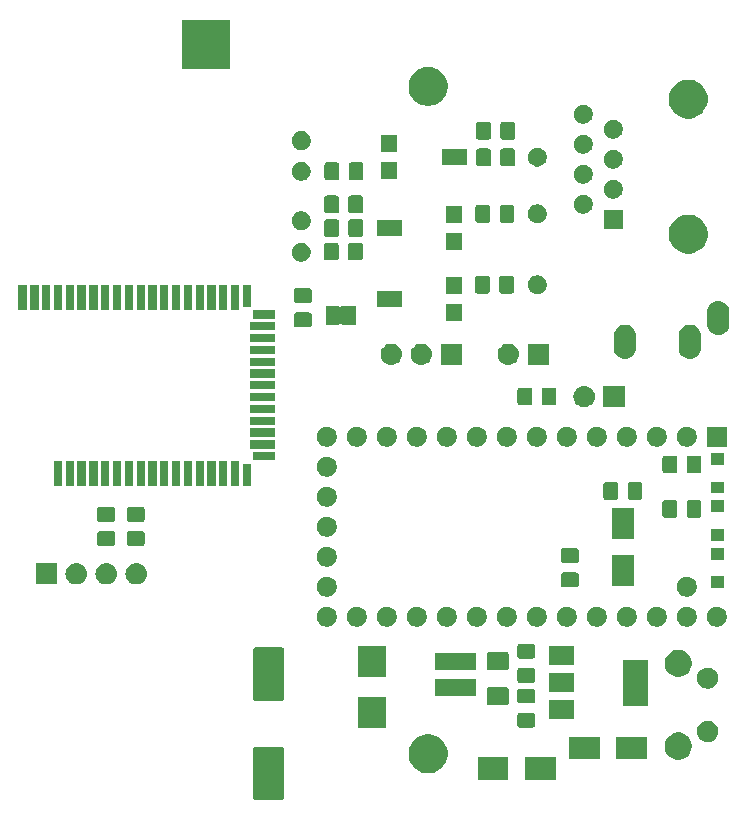
<source format=gts>
G04 #@! TF.GenerationSoftware,KiCad,Pcbnew,5.0.2+dfsg1-1*
G04 #@! TF.CreationDate,2019-05-10T18:20:53+02:00*
G04 #@! TF.ProjectId,bt-trx-dev-board,62742d74-7278-42d6-9465-762d626f6172,2.0*
G04 #@! TF.SameCoordinates,Original*
G04 #@! TF.FileFunction,Soldermask,Top*
G04 #@! TF.FilePolarity,Negative*
%FSLAX46Y46*%
G04 Gerber Fmt 4.6, Leading zero omitted, Abs format (unit mm)*
G04 Created by KiCad (PCBNEW 5.0.2+dfsg1-1) date Fri 10 May 2019 06:20:53 PM CEST*
%MOMM*%
%LPD*%
G01*
G04 APERTURE LIST*
%ADD10C,0.100000*%
G04 APERTURE END LIST*
D10*
G04 #@! TO.C,SW1*
X181373500Y-120344000D02*
G75*
G03X181373500Y-120344000I-444500J0D01*
G01*
X181373500Y-124844000D02*
G75*
G03X181373500Y-124844000I-444500J0D01*
G01*
X179064000Y-126094000D02*
G75*
G03X179064000Y-126094000I-635000J0D01*
G01*
X179064000Y-119094000D02*
G75*
G03X179064000Y-119094000I-635000J0D01*
G01*
G36*
X144921935Y-126152671D02*
X144951874Y-126161753D01*
X144979469Y-126176503D01*
X145003651Y-126196349D01*
X145023497Y-126220531D01*
X145038247Y-126248126D01*
X145047329Y-126278065D01*
X145051000Y-126315340D01*
X145051000Y-130484660D01*
X145047329Y-130521935D01*
X145038247Y-130551874D01*
X145023497Y-130579469D01*
X145003651Y-130603651D01*
X144979469Y-130623497D01*
X144951874Y-130638247D01*
X144921935Y-130647329D01*
X144884660Y-130651000D01*
X142615340Y-130651000D01*
X142578065Y-130647329D01*
X142548126Y-130638247D01*
X142520531Y-130623497D01*
X142496349Y-130603651D01*
X142476503Y-130579469D01*
X142461753Y-130551874D01*
X142452671Y-130521935D01*
X142449000Y-130484660D01*
X142449000Y-126315340D01*
X142452671Y-126278065D01*
X142461753Y-126248126D01*
X142476503Y-126220531D01*
X142496349Y-126196349D01*
X142520531Y-126176503D01*
X142548126Y-126161753D01*
X142578065Y-126152671D01*
X142615340Y-126149000D01*
X144884660Y-126149000D01*
X144921935Y-126152671D01*
X144921935Y-126152671D01*
G37*
G36*
X168051000Y-128951000D02*
X165449000Y-128951000D01*
X165449000Y-127049000D01*
X168051000Y-127049000D01*
X168051000Y-128951000D01*
X168051000Y-128951000D01*
G37*
G36*
X164051000Y-128951000D02*
X161449000Y-128951000D01*
X161449000Y-127049000D01*
X164051000Y-127049000D01*
X164051000Y-128951000D01*
X164051000Y-128951000D01*
G37*
G36*
X157625256Y-125141298D02*
X157731579Y-125162447D01*
X157822143Y-125199960D01*
X157993128Y-125270784D01*
X158032042Y-125286903D01*
X158141858Y-125360280D01*
X158302454Y-125467587D01*
X158532413Y-125697546D01*
X158713098Y-125967960D01*
X158749550Y-126055963D01*
X158829147Y-126248126D01*
X158837553Y-126268422D01*
X158901000Y-126587389D01*
X158901000Y-126912611D01*
X158885996Y-126988040D01*
X158837553Y-127231579D01*
X158749550Y-127444037D01*
X158713098Y-127532040D01*
X158532413Y-127802454D01*
X158302454Y-128032413D01*
X158302451Y-128032415D01*
X158032042Y-128213097D01*
X157731579Y-128337553D01*
X157625256Y-128358702D01*
X157412611Y-128401000D01*
X157087389Y-128401000D01*
X156874744Y-128358702D01*
X156768421Y-128337553D01*
X156467958Y-128213097D01*
X156197549Y-128032415D01*
X156197546Y-128032413D01*
X155967587Y-127802454D01*
X155786902Y-127532040D01*
X155750450Y-127444037D01*
X155662447Y-127231579D01*
X155614004Y-126988040D01*
X155599000Y-126912611D01*
X155599000Y-126587389D01*
X155662447Y-126268422D01*
X155670854Y-126248126D01*
X155750450Y-126055963D01*
X155786902Y-125967960D01*
X155967587Y-125697546D01*
X156197546Y-125467587D01*
X156358142Y-125360280D01*
X156467958Y-125286903D01*
X156506873Y-125270784D01*
X156677857Y-125199960D01*
X156768421Y-125162447D01*
X156874744Y-125141298D01*
X157087389Y-125099000D01*
X157412611Y-125099000D01*
X157625256Y-125141298D01*
X157625256Y-125141298D01*
G37*
G36*
X178764734Y-124987232D02*
X178974202Y-125073996D01*
X179162723Y-125199962D01*
X179323038Y-125360277D01*
X179449004Y-125548798D01*
X179535768Y-125758266D01*
X179580000Y-125980635D01*
X179580000Y-126207365D01*
X179535768Y-126429734D01*
X179449004Y-126639202D01*
X179323038Y-126827723D01*
X179162723Y-126988038D01*
X178974202Y-127114004D01*
X178764734Y-127200768D01*
X178542365Y-127245000D01*
X178315635Y-127245000D01*
X178093266Y-127200768D01*
X177883798Y-127114004D01*
X177695277Y-126988038D01*
X177534962Y-126827723D01*
X177408996Y-126639202D01*
X177322232Y-126429734D01*
X177278000Y-126207365D01*
X177278000Y-125980635D01*
X177322232Y-125758266D01*
X177408996Y-125548798D01*
X177534962Y-125360277D01*
X177695277Y-125199962D01*
X177883798Y-125073996D01*
X178093266Y-124987232D01*
X178315635Y-124943000D01*
X178542365Y-124943000D01*
X178764734Y-124987232D01*
X178764734Y-124987232D01*
G37*
G36*
X175801000Y-127201000D02*
X173199000Y-127201000D01*
X173199000Y-125299000D01*
X175801000Y-125299000D01*
X175801000Y-127201000D01*
X175801000Y-127201000D01*
G37*
G36*
X171801000Y-127201000D02*
X169199000Y-127201000D01*
X169199000Y-125299000D01*
X171801000Y-125299000D01*
X171801000Y-127201000D01*
X171801000Y-127201000D01*
G37*
G36*
X181191812Y-123977624D02*
X181355784Y-124045544D01*
X181503354Y-124144147D01*
X181628853Y-124269646D01*
X181727456Y-124417216D01*
X181795376Y-124581188D01*
X181830000Y-124755259D01*
X181830000Y-124932741D01*
X181795376Y-125106812D01*
X181727456Y-125270784D01*
X181628853Y-125418354D01*
X181503354Y-125543853D01*
X181355784Y-125642456D01*
X181191812Y-125710376D01*
X181017741Y-125745000D01*
X180840259Y-125745000D01*
X180666188Y-125710376D01*
X180502216Y-125642456D01*
X180354646Y-125543853D01*
X180229147Y-125418354D01*
X180130544Y-125270784D01*
X180062624Y-125106812D01*
X180028000Y-124932741D01*
X180028000Y-124755259D01*
X180062624Y-124581188D01*
X180130544Y-124417216D01*
X180229147Y-124269646D01*
X180354646Y-124144147D01*
X180502216Y-124045544D01*
X180666188Y-123977624D01*
X180840259Y-123943000D01*
X181017741Y-123943000D01*
X181191812Y-123977624D01*
X181191812Y-123977624D01*
G37*
G36*
X153701000Y-124551000D02*
X151299000Y-124551000D01*
X151299000Y-121949000D01*
X153701000Y-121949000D01*
X153701000Y-124551000D01*
X153701000Y-124551000D01*
G37*
G36*
X166150677Y-123278465D02*
X166188364Y-123289898D01*
X166223103Y-123308466D01*
X166253548Y-123333452D01*
X166278534Y-123363897D01*
X166297102Y-123398636D01*
X166308535Y-123436323D01*
X166313000Y-123481661D01*
X166313000Y-124318339D01*
X166308535Y-124363677D01*
X166297102Y-124401364D01*
X166278534Y-124436103D01*
X166253548Y-124466548D01*
X166223103Y-124491534D01*
X166188364Y-124510102D01*
X166150677Y-124521535D01*
X166105339Y-124526000D01*
X165018661Y-124526000D01*
X164973323Y-124521535D01*
X164935636Y-124510102D01*
X164900897Y-124491534D01*
X164870452Y-124466548D01*
X164845466Y-124436103D01*
X164826898Y-124401364D01*
X164815465Y-124363677D01*
X164811000Y-124318339D01*
X164811000Y-123481661D01*
X164815465Y-123436323D01*
X164826898Y-123398636D01*
X164845466Y-123363897D01*
X164870452Y-123333452D01*
X164900897Y-123308466D01*
X164935636Y-123289898D01*
X164973323Y-123278465D01*
X165018661Y-123274000D01*
X166105339Y-123274000D01*
X166150677Y-123278465D01*
X166150677Y-123278465D01*
G37*
G36*
X169584000Y-123826000D02*
X167482000Y-123826000D01*
X167482000Y-122224000D01*
X169584000Y-122224000D01*
X169584000Y-123826000D01*
X169584000Y-123826000D01*
G37*
G36*
X175884000Y-122676000D02*
X173782000Y-122676000D01*
X173782000Y-118774000D01*
X175884000Y-118774000D01*
X175884000Y-122676000D01*
X175884000Y-122676000D01*
G37*
G36*
X163924562Y-121108681D02*
X163959477Y-121119273D01*
X163991665Y-121136478D01*
X164019873Y-121159627D01*
X164043022Y-121187835D01*
X164060227Y-121220023D01*
X164070819Y-121254938D01*
X164075000Y-121297395D01*
X164075000Y-122438605D01*
X164070819Y-122481062D01*
X164060227Y-122515977D01*
X164043022Y-122548165D01*
X164019873Y-122576373D01*
X163991665Y-122599522D01*
X163959477Y-122616727D01*
X163924562Y-122627319D01*
X163882105Y-122631500D01*
X162415895Y-122631500D01*
X162373438Y-122627319D01*
X162338523Y-122616727D01*
X162306335Y-122599522D01*
X162278127Y-122576373D01*
X162254978Y-122548165D01*
X162237773Y-122515977D01*
X162227181Y-122481062D01*
X162223000Y-122438605D01*
X162223000Y-121297395D01*
X162227181Y-121254938D01*
X162237773Y-121220023D01*
X162254978Y-121187835D01*
X162278127Y-121159627D01*
X162306335Y-121136478D01*
X162338523Y-121119273D01*
X162373438Y-121108681D01*
X162415895Y-121104500D01*
X163882105Y-121104500D01*
X163924562Y-121108681D01*
X163924562Y-121108681D01*
G37*
G36*
X166150677Y-121228465D02*
X166188364Y-121239898D01*
X166223103Y-121258466D01*
X166253548Y-121283452D01*
X166278534Y-121313897D01*
X166297102Y-121348636D01*
X166308535Y-121386323D01*
X166313000Y-121431661D01*
X166313000Y-122268339D01*
X166308535Y-122313677D01*
X166297102Y-122351364D01*
X166278534Y-122386103D01*
X166253548Y-122416548D01*
X166223103Y-122441534D01*
X166188364Y-122460102D01*
X166150677Y-122471535D01*
X166105339Y-122476000D01*
X165018661Y-122476000D01*
X164973323Y-122471535D01*
X164935636Y-122460102D01*
X164900897Y-122441534D01*
X164870452Y-122416548D01*
X164845466Y-122386103D01*
X164826898Y-122351364D01*
X164815465Y-122313677D01*
X164811000Y-122268339D01*
X164811000Y-121431661D01*
X164815465Y-121386323D01*
X164826898Y-121348636D01*
X164845466Y-121313897D01*
X164870452Y-121283452D01*
X164900897Y-121258466D01*
X164935636Y-121239898D01*
X164973323Y-121228465D01*
X165018661Y-121224000D01*
X166105339Y-121224000D01*
X166150677Y-121228465D01*
X166150677Y-121228465D01*
G37*
G36*
X144921935Y-117752671D02*
X144951874Y-117761753D01*
X144979469Y-117776503D01*
X145003651Y-117796349D01*
X145023497Y-117820531D01*
X145038247Y-117848126D01*
X145047329Y-117878065D01*
X145051000Y-117915340D01*
X145051000Y-122084660D01*
X145047329Y-122121935D01*
X145038247Y-122151874D01*
X145023497Y-122179469D01*
X145003651Y-122203651D01*
X144979469Y-122223497D01*
X144951874Y-122238247D01*
X144921935Y-122247329D01*
X144884660Y-122251000D01*
X142615340Y-122251000D01*
X142578065Y-122247329D01*
X142548126Y-122238247D01*
X142520531Y-122223497D01*
X142496349Y-122203651D01*
X142476503Y-122179469D01*
X142461753Y-122151874D01*
X142452671Y-122121935D01*
X142449000Y-122084660D01*
X142449000Y-117915340D01*
X142452671Y-117878065D01*
X142461753Y-117848126D01*
X142476503Y-117820531D01*
X142496349Y-117796349D01*
X142520531Y-117776503D01*
X142548126Y-117761753D01*
X142578065Y-117752671D01*
X142615340Y-117749000D01*
X144884660Y-117749000D01*
X144921935Y-117752671D01*
X144921935Y-117752671D01*
G37*
G36*
X161344000Y-121832000D02*
X157842000Y-121832000D01*
X157842000Y-120380000D01*
X161344000Y-120380000D01*
X161344000Y-121832000D01*
X161344000Y-121832000D01*
G37*
G36*
X169584000Y-121526000D02*
X167482000Y-121526000D01*
X167482000Y-119924000D01*
X169584000Y-119924000D01*
X169584000Y-121526000D01*
X169584000Y-121526000D01*
G37*
G36*
X181191812Y-119477624D02*
X181355784Y-119545544D01*
X181503354Y-119644147D01*
X181628853Y-119769646D01*
X181727456Y-119917216D01*
X181795376Y-120081188D01*
X181830000Y-120255259D01*
X181830000Y-120432741D01*
X181795376Y-120606812D01*
X181727456Y-120770784D01*
X181628853Y-120918354D01*
X181503354Y-121043853D01*
X181355784Y-121142456D01*
X181191812Y-121210376D01*
X181017741Y-121245000D01*
X180840259Y-121245000D01*
X180666188Y-121210376D01*
X180502216Y-121142456D01*
X180354646Y-121043853D01*
X180229147Y-120918354D01*
X180130544Y-120770784D01*
X180062624Y-120606812D01*
X180028000Y-120432741D01*
X180028000Y-120255259D01*
X180062624Y-120081188D01*
X180130544Y-119917216D01*
X180229147Y-119769646D01*
X180354646Y-119644147D01*
X180502216Y-119545544D01*
X180666188Y-119477624D01*
X180840259Y-119443000D01*
X181017741Y-119443000D01*
X181191812Y-119477624D01*
X181191812Y-119477624D01*
G37*
G36*
X166150677Y-119486465D02*
X166188364Y-119497898D01*
X166223103Y-119516466D01*
X166253548Y-119541452D01*
X166278534Y-119571897D01*
X166297102Y-119606636D01*
X166308535Y-119644323D01*
X166313000Y-119689661D01*
X166313000Y-120526339D01*
X166308535Y-120571677D01*
X166297102Y-120609364D01*
X166278534Y-120644103D01*
X166253548Y-120674548D01*
X166223103Y-120699534D01*
X166188364Y-120718102D01*
X166150677Y-120729535D01*
X166105339Y-120734000D01*
X165018661Y-120734000D01*
X164973323Y-120729535D01*
X164935636Y-120718102D01*
X164900897Y-120699534D01*
X164870452Y-120674548D01*
X164845466Y-120644103D01*
X164826898Y-120609364D01*
X164815465Y-120571677D01*
X164811000Y-120526339D01*
X164811000Y-119689661D01*
X164815465Y-119644323D01*
X164826898Y-119606636D01*
X164845466Y-119571897D01*
X164870452Y-119541452D01*
X164900897Y-119516466D01*
X164935636Y-119497898D01*
X164973323Y-119486465D01*
X165018661Y-119482000D01*
X166105339Y-119482000D01*
X166150677Y-119486465D01*
X166150677Y-119486465D01*
G37*
G36*
X153701000Y-120251000D02*
X151299000Y-120251000D01*
X151299000Y-117649000D01*
X153701000Y-117649000D01*
X153701000Y-120251000D01*
X153701000Y-120251000D01*
G37*
G36*
X178764734Y-117987232D02*
X178974202Y-118073996D01*
X179162723Y-118199962D01*
X179323038Y-118360277D01*
X179449004Y-118548798D01*
X179535768Y-118758266D01*
X179580000Y-118980635D01*
X179580000Y-119207365D01*
X179535768Y-119429734D01*
X179449004Y-119639202D01*
X179323038Y-119827723D01*
X179162723Y-119988038D01*
X178974202Y-120114004D01*
X178764734Y-120200768D01*
X178542365Y-120245000D01*
X178315635Y-120245000D01*
X178093266Y-120200768D01*
X177883798Y-120114004D01*
X177695277Y-119988038D01*
X177534962Y-119827723D01*
X177408996Y-119639202D01*
X177322232Y-119429734D01*
X177278000Y-119207365D01*
X177278000Y-118980635D01*
X177322232Y-118758266D01*
X177408996Y-118548798D01*
X177534962Y-118360277D01*
X177695277Y-118199962D01*
X177883798Y-118073996D01*
X178093266Y-117987232D01*
X178315635Y-117943000D01*
X178542365Y-117943000D01*
X178764734Y-117987232D01*
X178764734Y-117987232D01*
G37*
G36*
X161344000Y-119682000D02*
X157842000Y-119682000D01*
X157842000Y-118230000D01*
X161344000Y-118230000D01*
X161344000Y-119682000D01*
X161344000Y-119682000D01*
G37*
G36*
X163924562Y-118133681D02*
X163959477Y-118144273D01*
X163991665Y-118161478D01*
X164019873Y-118184627D01*
X164043022Y-118212835D01*
X164060227Y-118245023D01*
X164070819Y-118279938D01*
X164075000Y-118322395D01*
X164075000Y-119463605D01*
X164070819Y-119506062D01*
X164060227Y-119540977D01*
X164043022Y-119573165D01*
X164019873Y-119601373D01*
X163991665Y-119624522D01*
X163959477Y-119641727D01*
X163924562Y-119652319D01*
X163882105Y-119656500D01*
X162415895Y-119656500D01*
X162373438Y-119652319D01*
X162338523Y-119641727D01*
X162306335Y-119624522D01*
X162278127Y-119601373D01*
X162254978Y-119573165D01*
X162237773Y-119540977D01*
X162227181Y-119506062D01*
X162223000Y-119463605D01*
X162223000Y-118322395D01*
X162227181Y-118279938D01*
X162237773Y-118245023D01*
X162254978Y-118212835D01*
X162278127Y-118184627D01*
X162306335Y-118161478D01*
X162338523Y-118144273D01*
X162373438Y-118133681D01*
X162415895Y-118129500D01*
X163882105Y-118129500D01*
X163924562Y-118133681D01*
X163924562Y-118133681D01*
G37*
G36*
X169584000Y-119226000D02*
X167482000Y-119226000D01*
X167482000Y-117624000D01*
X169584000Y-117624000D01*
X169584000Y-119226000D01*
X169584000Y-119226000D01*
G37*
G36*
X166150677Y-117436465D02*
X166188364Y-117447898D01*
X166223103Y-117466466D01*
X166253548Y-117491452D01*
X166278534Y-117521897D01*
X166297102Y-117556636D01*
X166308535Y-117594323D01*
X166313000Y-117639661D01*
X166313000Y-118476339D01*
X166308535Y-118521677D01*
X166297102Y-118559364D01*
X166278534Y-118594103D01*
X166253548Y-118624548D01*
X166223103Y-118649534D01*
X166188364Y-118668102D01*
X166150677Y-118679535D01*
X166105339Y-118684000D01*
X165018661Y-118684000D01*
X164973323Y-118679535D01*
X164935636Y-118668102D01*
X164900897Y-118649534D01*
X164870452Y-118624548D01*
X164845466Y-118594103D01*
X164826898Y-118559364D01*
X164815465Y-118521677D01*
X164811000Y-118476339D01*
X164811000Y-117639661D01*
X164815465Y-117594323D01*
X164826898Y-117556636D01*
X164845466Y-117521897D01*
X164870452Y-117491452D01*
X164900897Y-117466466D01*
X164935636Y-117447898D01*
X164973323Y-117436465D01*
X165018661Y-117432000D01*
X166105339Y-117432000D01*
X166150677Y-117436465D01*
X166150677Y-117436465D01*
G37*
G36*
X181939228Y-114318703D02*
X182094100Y-114382853D01*
X182233481Y-114475985D01*
X182352015Y-114594519D01*
X182445147Y-114733900D01*
X182509297Y-114888772D01*
X182542000Y-115053184D01*
X182542000Y-115220816D01*
X182509297Y-115385228D01*
X182445147Y-115540100D01*
X182352015Y-115679481D01*
X182233481Y-115798015D01*
X182094100Y-115891147D01*
X181939228Y-115955297D01*
X181774816Y-115988000D01*
X181607184Y-115988000D01*
X181442772Y-115955297D01*
X181287900Y-115891147D01*
X181148519Y-115798015D01*
X181029985Y-115679481D01*
X180936853Y-115540100D01*
X180872703Y-115385228D01*
X180840000Y-115220816D01*
X180840000Y-115053184D01*
X180872703Y-114888772D01*
X180936853Y-114733900D01*
X181029985Y-114594519D01*
X181148519Y-114475985D01*
X181287900Y-114382853D01*
X181442772Y-114318703D01*
X181607184Y-114286000D01*
X181774816Y-114286000D01*
X181939228Y-114318703D01*
X181939228Y-114318703D01*
G37*
G36*
X148919228Y-114318703D02*
X149074100Y-114382853D01*
X149213481Y-114475985D01*
X149332015Y-114594519D01*
X149425147Y-114733900D01*
X149489297Y-114888772D01*
X149522000Y-115053184D01*
X149522000Y-115220816D01*
X149489297Y-115385228D01*
X149425147Y-115540100D01*
X149332015Y-115679481D01*
X149213481Y-115798015D01*
X149074100Y-115891147D01*
X148919228Y-115955297D01*
X148754816Y-115988000D01*
X148587184Y-115988000D01*
X148422772Y-115955297D01*
X148267900Y-115891147D01*
X148128519Y-115798015D01*
X148009985Y-115679481D01*
X147916853Y-115540100D01*
X147852703Y-115385228D01*
X147820000Y-115220816D01*
X147820000Y-115053184D01*
X147852703Y-114888772D01*
X147916853Y-114733900D01*
X148009985Y-114594519D01*
X148128519Y-114475985D01*
X148267900Y-114382853D01*
X148422772Y-114318703D01*
X148587184Y-114286000D01*
X148754816Y-114286000D01*
X148919228Y-114318703D01*
X148919228Y-114318703D01*
G37*
G36*
X151459228Y-114318703D02*
X151614100Y-114382853D01*
X151753481Y-114475985D01*
X151872015Y-114594519D01*
X151965147Y-114733900D01*
X152029297Y-114888772D01*
X152062000Y-115053184D01*
X152062000Y-115220816D01*
X152029297Y-115385228D01*
X151965147Y-115540100D01*
X151872015Y-115679481D01*
X151753481Y-115798015D01*
X151614100Y-115891147D01*
X151459228Y-115955297D01*
X151294816Y-115988000D01*
X151127184Y-115988000D01*
X150962772Y-115955297D01*
X150807900Y-115891147D01*
X150668519Y-115798015D01*
X150549985Y-115679481D01*
X150456853Y-115540100D01*
X150392703Y-115385228D01*
X150360000Y-115220816D01*
X150360000Y-115053184D01*
X150392703Y-114888772D01*
X150456853Y-114733900D01*
X150549985Y-114594519D01*
X150668519Y-114475985D01*
X150807900Y-114382853D01*
X150962772Y-114318703D01*
X151127184Y-114286000D01*
X151294816Y-114286000D01*
X151459228Y-114318703D01*
X151459228Y-114318703D01*
G37*
G36*
X153999228Y-114318703D02*
X154154100Y-114382853D01*
X154293481Y-114475985D01*
X154412015Y-114594519D01*
X154505147Y-114733900D01*
X154569297Y-114888772D01*
X154602000Y-115053184D01*
X154602000Y-115220816D01*
X154569297Y-115385228D01*
X154505147Y-115540100D01*
X154412015Y-115679481D01*
X154293481Y-115798015D01*
X154154100Y-115891147D01*
X153999228Y-115955297D01*
X153834816Y-115988000D01*
X153667184Y-115988000D01*
X153502772Y-115955297D01*
X153347900Y-115891147D01*
X153208519Y-115798015D01*
X153089985Y-115679481D01*
X152996853Y-115540100D01*
X152932703Y-115385228D01*
X152900000Y-115220816D01*
X152900000Y-115053184D01*
X152932703Y-114888772D01*
X152996853Y-114733900D01*
X153089985Y-114594519D01*
X153208519Y-114475985D01*
X153347900Y-114382853D01*
X153502772Y-114318703D01*
X153667184Y-114286000D01*
X153834816Y-114286000D01*
X153999228Y-114318703D01*
X153999228Y-114318703D01*
G37*
G36*
X156539228Y-114318703D02*
X156694100Y-114382853D01*
X156833481Y-114475985D01*
X156952015Y-114594519D01*
X157045147Y-114733900D01*
X157109297Y-114888772D01*
X157142000Y-115053184D01*
X157142000Y-115220816D01*
X157109297Y-115385228D01*
X157045147Y-115540100D01*
X156952015Y-115679481D01*
X156833481Y-115798015D01*
X156694100Y-115891147D01*
X156539228Y-115955297D01*
X156374816Y-115988000D01*
X156207184Y-115988000D01*
X156042772Y-115955297D01*
X155887900Y-115891147D01*
X155748519Y-115798015D01*
X155629985Y-115679481D01*
X155536853Y-115540100D01*
X155472703Y-115385228D01*
X155440000Y-115220816D01*
X155440000Y-115053184D01*
X155472703Y-114888772D01*
X155536853Y-114733900D01*
X155629985Y-114594519D01*
X155748519Y-114475985D01*
X155887900Y-114382853D01*
X156042772Y-114318703D01*
X156207184Y-114286000D01*
X156374816Y-114286000D01*
X156539228Y-114318703D01*
X156539228Y-114318703D01*
G37*
G36*
X159079228Y-114318703D02*
X159234100Y-114382853D01*
X159373481Y-114475985D01*
X159492015Y-114594519D01*
X159585147Y-114733900D01*
X159649297Y-114888772D01*
X159682000Y-115053184D01*
X159682000Y-115220816D01*
X159649297Y-115385228D01*
X159585147Y-115540100D01*
X159492015Y-115679481D01*
X159373481Y-115798015D01*
X159234100Y-115891147D01*
X159079228Y-115955297D01*
X158914816Y-115988000D01*
X158747184Y-115988000D01*
X158582772Y-115955297D01*
X158427900Y-115891147D01*
X158288519Y-115798015D01*
X158169985Y-115679481D01*
X158076853Y-115540100D01*
X158012703Y-115385228D01*
X157980000Y-115220816D01*
X157980000Y-115053184D01*
X158012703Y-114888772D01*
X158076853Y-114733900D01*
X158169985Y-114594519D01*
X158288519Y-114475985D01*
X158427900Y-114382853D01*
X158582772Y-114318703D01*
X158747184Y-114286000D01*
X158914816Y-114286000D01*
X159079228Y-114318703D01*
X159079228Y-114318703D01*
G37*
G36*
X161619228Y-114318703D02*
X161774100Y-114382853D01*
X161913481Y-114475985D01*
X162032015Y-114594519D01*
X162125147Y-114733900D01*
X162189297Y-114888772D01*
X162222000Y-115053184D01*
X162222000Y-115220816D01*
X162189297Y-115385228D01*
X162125147Y-115540100D01*
X162032015Y-115679481D01*
X161913481Y-115798015D01*
X161774100Y-115891147D01*
X161619228Y-115955297D01*
X161454816Y-115988000D01*
X161287184Y-115988000D01*
X161122772Y-115955297D01*
X160967900Y-115891147D01*
X160828519Y-115798015D01*
X160709985Y-115679481D01*
X160616853Y-115540100D01*
X160552703Y-115385228D01*
X160520000Y-115220816D01*
X160520000Y-115053184D01*
X160552703Y-114888772D01*
X160616853Y-114733900D01*
X160709985Y-114594519D01*
X160828519Y-114475985D01*
X160967900Y-114382853D01*
X161122772Y-114318703D01*
X161287184Y-114286000D01*
X161454816Y-114286000D01*
X161619228Y-114318703D01*
X161619228Y-114318703D01*
G37*
G36*
X164159228Y-114318703D02*
X164314100Y-114382853D01*
X164453481Y-114475985D01*
X164572015Y-114594519D01*
X164665147Y-114733900D01*
X164729297Y-114888772D01*
X164762000Y-115053184D01*
X164762000Y-115220816D01*
X164729297Y-115385228D01*
X164665147Y-115540100D01*
X164572015Y-115679481D01*
X164453481Y-115798015D01*
X164314100Y-115891147D01*
X164159228Y-115955297D01*
X163994816Y-115988000D01*
X163827184Y-115988000D01*
X163662772Y-115955297D01*
X163507900Y-115891147D01*
X163368519Y-115798015D01*
X163249985Y-115679481D01*
X163156853Y-115540100D01*
X163092703Y-115385228D01*
X163060000Y-115220816D01*
X163060000Y-115053184D01*
X163092703Y-114888772D01*
X163156853Y-114733900D01*
X163249985Y-114594519D01*
X163368519Y-114475985D01*
X163507900Y-114382853D01*
X163662772Y-114318703D01*
X163827184Y-114286000D01*
X163994816Y-114286000D01*
X164159228Y-114318703D01*
X164159228Y-114318703D01*
G37*
G36*
X166699228Y-114318703D02*
X166854100Y-114382853D01*
X166993481Y-114475985D01*
X167112015Y-114594519D01*
X167205147Y-114733900D01*
X167269297Y-114888772D01*
X167302000Y-115053184D01*
X167302000Y-115220816D01*
X167269297Y-115385228D01*
X167205147Y-115540100D01*
X167112015Y-115679481D01*
X166993481Y-115798015D01*
X166854100Y-115891147D01*
X166699228Y-115955297D01*
X166534816Y-115988000D01*
X166367184Y-115988000D01*
X166202772Y-115955297D01*
X166047900Y-115891147D01*
X165908519Y-115798015D01*
X165789985Y-115679481D01*
X165696853Y-115540100D01*
X165632703Y-115385228D01*
X165600000Y-115220816D01*
X165600000Y-115053184D01*
X165632703Y-114888772D01*
X165696853Y-114733900D01*
X165789985Y-114594519D01*
X165908519Y-114475985D01*
X166047900Y-114382853D01*
X166202772Y-114318703D01*
X166367184Y-114286000D01*
X166534816Y-114286000D01*
X166699228Y-114318703D01*
X166699228Y-114318703D01*
G37*
G36*
X169239228Y-114318703D02*
X169394100Y-114382853D01*
X169533481Y-114475985D01*
X169652015Y-114594519D01*
X169745147Y-114733900D01*
X169809297Y-114888772D01*
X169842000Y-115053184D01*
X169842000Y-115220816D01*
X169809297Y-115385228D01*
X169745147Y-115540100D01*
X169652015Y-115679481D01*
X169533481Y-115798015D01*
X169394100Y-115891147D01*
X169239228Y-115955297D01*
X169074816Y-115988000D01*
X168907184Y-115988000D01*
X168742772Y-115955297D01*
X168587900Y-115891147D01*
X168448519Y-115798015D01*
X168329985Y-115679481D01*
X168236853Y-115540100D01*
X168172703Y-115385228D01*
X168140000Y-115220816D01*
X168140000Y-115053184D01*
X168172703Y-114888772D01*
X168236853Y-114733900D01*
X168329985Y-114594519D01*
X168448519Y-114475985D01*
X168587900Y-114382853D01*
X168742772Y-114318703D01*
X168907184Y-114286000D01*
X169074816Y-114286000D01*
X169239228Y-114318703D01*
X169239228Y-114318703D01*
G37*
G36*
X171779228Y-114318703D02*
X171934100Y-114382853D01*
X172073481Y-114475985D01*
X172192015Y-114594519D01*
X172285147Y-114733900D01*
X172349297Y-114888772D01*
X172382000Y-115053184D01*
X172382000Y-115220816D01*
X172349297Y-115385228D01*
X172285147Y-115540100D01*
X172192015Y-115679481D01*
X172073481Y-115798015D01*
X171934100Y-115891147D01*
X171779228Y-115955297D01*
X171614816Y-115988000D01*
X171447184Y-115988000D01*
X171282772Y-115955297D01*
X171127900Y-115891147D01*
X170988519Y-115798015D01*
X170869985Y-115679481D01*
X170776853Y-115540100D01*
X170712703Y-115385228D01*
X170680000Y-115220816D01*
X170680000Y-115053184D01*
X170712703Y-114888772D01*
X170776853Y-114733900D01*
X170869985Y-114594519D01*
X170988519Y-114475985D01*
X171127900Y-114382853D01*
X171282772Y-114318703D01*
X171447184Y-114286000D01*
X171614816Y-114286000D01*
X171779228Y-114318703D01*
X171779228Y-114318703D01*
G37*
G36*
X174319228Y-114318703D02*
X174474100Y-114382853D01*
X174613481Y-114475985D01*
X174732015Y-114594519D01*
X174825147Y-114733900D01*
X174889297Y-114888772D01*
X174922000Y-115053184D01*
X174922000Y-115220816D01*
X174889297Y-115385228D01*
X174825147Y-115540100D01*
X174732015Y-115679481D01*
X174613481Y-115798015D01*
X174474100Y-115891147D01*
X174319228Y-115955297D01*
X174154816Y-115988000D01*
X173987184Y-115988000D01*
X173822772Y-115955297D01*
X173667900Y-115891147D01*
X173528519Y-115798015D01*
X173409985Y-115679481D01*
X173316853Y-115540100D01*
X173252703Y-115385228D01*
X173220000Y-115220816D01*
X173220000Y-115053184D01*
X173252703Y-114888772D01*
X173316853Y-114733900D01*
X173409985Y-114594519D01*
X173528519Y-114475985D01*
X173667900Y-114382853D01*
X173822772Y-114318703D01*
X173987184Y-114286000D01*
X174154816Y-114286000D01*
X174319228Y-114318703D01*
X174319228Y-114318703D01*
G37*
G36*
X176859228Y-114318703D02*
X177014100Y-114382853D01*
X177153481Y-114475985D01*
X177272015Y-114594519D01*
X177365147Y-114733900D01*
X177429297Y-114888772D01*
X177462000Y-115053184D01*
X177462000Y-115220816D01*
X177429297Y-115385228D01*
X177365147Y-115540100D01*
X177272015Y-115679481D01*
X177153481Y-115798015D01*
X177014100Y-115891147D01*
X176859228Y-115955297D01*
X176694816Y-115988000D01*
X176527184Y-115988000D01*
X176362772Y-115955297D01*
X176207900Y-115891147D01*
X176068519Y-115798015D01*
X175949985Y-115679481D01*
X175856853Y-115540100D01*
X175792703Y-115385228D01*
X175760000Y-115220816D01*
X175760000Y-115053184D01*
X175792703Y-114888772D01*
X175856853Y-114733900D01*
X175949985Y-114594519D01*
X176068519Y-114475985D01*
X176207900Y-114382853D01*
X176362772Y-114318703D01*
X176527184Y-114286000D01*
X176694816Y-114286000D01*
X176859228Y-114318703D01*
X176859228Y-114318703D01*
G37*
G36*
X179399228Y-114318703D02*
X179554100Y-114382853D01*
X179693481Y-114475985D01*
X179812015Y-114594519D01*
X179905147Y-114733900D01*
X179969297Y-114888772D01*
X180002000Y-115053184D01*
X180002000Y-115220816D01*
X179969297Y-115385228D01*
X179905147Y-115540100D01*
X179812015Y-115679481D01*
X179693481Y-115798015D01*
X179554100Y-115891147D01*
X179399228Y-115955297D01*
X179234816Y-115988000D01*
X179067184Y-115988000D01*
X178902772Y-115955297D01*
X178747900Y-115891147D01*
X178608519Y-115798015D01*
X178489985Y-115679481D01*
X178396853Y-115540100D01*
X178332703Y-115385228D01*
X178300000Y-115220816D01*
X178300000Y-115053184D01*
X178332703Y-114888772D01*
X178396853Y-114733900D01*
X178489985Y-114594519D01*
X178608519Y-114475985D01*
X178747900Y-114382853D01*
X178902772Y-114318703D01*
X179067184Y-114286000D01*
X179234816Y-114286000D01*
X179399228Y-114318703D01*
X179399228Y-114318703D01*
G37*
G36*
X148919228Y-111778703D02*
X149074100Y-111842853D01*
X149213481Y-111935985D01*
X149332015Y-112054519D01*
X149425147Y-112193900D01*
X149489297Y-112348772D01*
X149522000Y-112513184D01*
X149522000Y-112680816D01*
X149489297Y-112845228D01*
X149425147Y-113000100D01*
X149332015Y-113139481D01*
X149213481Y-113258015D01*
X149074100Y-113351147D01*
X148919228Y-113415297D01*
X148754816Y-113448000D01*
X148587184Y-113448000D01*
X148422772Y-113415297D01*
X148267900Y-113351147D01*
X148128519Y-113258015D01*
X148009985Y-113139481D01*
X147916853Y-113000100D01*
X147852703Y-112845228D01*
X147820000Y-112680816D01*
X147820000Y-112513184D01*
X147852703Y-112348772D01*
X147916853Y-112193900D01*
X148009985Y-112054519D01*
X148128519Y-111935985D01*
X148267900Y-111842853D01*
X148422772Y-111778703D01*
X148587184Y-111746000D01*
X148754816Y-111746000D01*
X148919228Y-111778703D01*
X148919228Y-111778703D01*
G37*
G36*
X179399228Y-111778703D02*
X179554100Y-111842853D01*
X179693481Y-111935985D01*
X179812015Y-112054519D01*
X179905147Y-112193900D01*
X179969297Y-112348772D01*
X180002000Y-112513184D01*
X180002000Y-112680816D01*
X179969297Y-112845228D01*
X179905147Y-113000100D01*
X179812015Y-113139481D01*
X179693481Y-113258015D01*
X179554100Y-113351147D01*
X179399228Y-113415297D01*
X179234816Y-113448000D01*
X179067184Y-113448000D01*
X178902772Y-113415297D01*
X178747900Y-113351147D01*
X178608519Y-113258015D01*
X178489985Y-113139481D01*
X178396853Y-113000100D01*
X178332703Y-112845228D01*
X178300000Y-112680816D01*
X178300000Y-112513184D01*
X178332703Y-112348772D01*
X178396853Y-112193900D01*
X178489985Y-112054519D01*
X178608519Y-111935985D01*
X178747900Y-111842853D01*
X178902772Y-111778703D01*
X179067184Y-111746000D01*
X179234816Y-111746000D01*
X179399228Y-111778703D01*
X179399228Y-111778703D01*
G37*
G36*
X182300431Y-111699569D02*
X182301000Y-111705339D01*
X182301000Y-112694657D01*
X182300431Y-112700431D01*
X182294657Y-112701000D01*
X181205343Y-112701000D01*
X181199569Y-112700431D01*
X181199000Y-112694657D01*
X181199000Y-111705339D01*
X181199569Y-111699569D01*
X181205343Y-111699000D01*
X182294657Y-111699000D01*
X182300431Y-111699569D01*
X182300431Y-111699569D01*
G37*
G36*
X169838677Y-111403465D02*
X169876364Y-111414898D01*
X169911103Y-111433466D01*
X169941548Y-111458452D01*
X169966534Y-111488897D01*
X169985102Y-111523636D01*
X169996535Y-111561323D01*
X170001000Y-111606661D01*
X170001000Y-112443339D01*
X169996535Y-112488677D01*
X169985102Y-112526364D01*
X169966534Y-112561103D01*
X169941548Y-112591548D01*
X169911103Y-112616534D01*
X169876364Y-112635102D01*
X169838677Y-112646535D01*
X169793339Y-112651000D01*
X168706661Y-112651000D01*
X168661323Y-112646535D01*
X168623636Y-112635102D01*
X168588897Y-112616534D01*
X168558452Y-112591548D01*
X168533466Y-112561103D01*
X168514898Y-112526364D01*
X168503465Y-112488677D01*
X168499000Y-112443339D01*
X168499000Y-111606661D01*
X168503465Y-111561323D01*
X168514898Y-111523636D01*
X168533466Y-111488897D01*
X168558452Y-111458452D01*
X168588897Y-111433466D01*
X168623636Y-111414898D01*
X168661323Y-111403465D01*
X168706661Y-111399000D01*
X169793339Y-111399000D01*
X169838677Y-111403465D01*
X169838677Y-111403465D01*
G37*
G36*
X174701000Y-112551000D02*
X172799000Y-112551000D01*
X172799000Y-109949000D01*
X174701000Y-109949000D01*
X174701000Y-112551000D01*
X174701000Y-112551000D01*
G37*
G36*
X132650443Y-110605519D02*
X132716627Y-110612037D01*
X132829853Y-110646384D01*
X132886467Y-110663557D01*
X132988347Y-110718014D01*
X133042991Y-110747222D01*
X133078729Y-110776552D01*
X133180186Y-110859814D01*
X133263448Y-110961271D01*
X133292778Y-110997009D01*
X133292779Y-110997011D01*
X133376443Y-111153533D01*
X133376443Y-111153534D01*
X133427963Y-111323373D01*
X133445359Y-111500000D01*
X133427963Y-111676627D01*
X133406919Y-111746000D01*
X133376443Y-111846467D01*
X133328594Y-111935985D01*
X133292778Y-112002991D01*
X133263448Y-112038729D01*
X133180186Y-112140186D01*
X133114734Y-112193900D01*
X133042991Y-112252778D01*
X133042989Y-112252779D01*
X132886467Y-112336443D01*
X132845823Y-112348772D01*
X132716627Y-112387963D01*
X132650443Y-112394481D01*
X132584260Y-112401000D01*
X132495740Y-112401000D01*
X132429557Y-112394481D01*
X132363373Y-112387963D01*
X132234177Y-112348772D01*
X132193533Y-112336443D01*
X132037011Y-112252779D01*
X132037009Y-112252778D01*
X131965266Y-112193900D01*
X131899814Y-112140186D01*
X131816552Y-112038729D01*
X131787222Y-112002991D01*
X131751406Y-111935985D01*
X131703557Y-111846467D01*
X131673081Y-111746000D01*
X131652037Y-111676627D01*
X131634641Y-111500000D01*
X131652037Y-111323373D01*
X131703557Y-111153534D01*
X131703557Y-111153533D01*
X131787221Y-110997011D01*
X131787222Y-110997009D01*
X131816552Y-110961271D01*
X131899814Y-110859814D01*
X132001271Y-110776552D01*
X132037009Y-110747222D01*
X132091653Y-110718014D01*
X132193533Y-110663557D01*
X132250147Y-110646384D01*
X132363373Y-110612037D01*
X132429557Y-110605519D01*
X132495740Y-110599000D01*
X132584260Y-110599000D01*
X132650443Y-110605519D01*
X132650443Y-110605519D01*
G37*
G36*
X130110443Y-110605519D02*
X130176627Y-110612037D01*
X130289853Y-110646384D01*
X130346467Y-110663557D01*
X130448347Y-110718014D01*
X130502991Y-110747222D01*
X130538729Y-110776552D01*
X130640186Y-110859814D01*
X130723448Y-110961271D01*
X130752778Y-110997009D01*
X130752779Y-110997011D01*
X130836443Y-111153533D01*
X130836443Y-111153534D01*
X130887963Y-111323373D01*
X130905359Y-111500000D01*
X130887963Y-111676627D01*
X130866919Y-111746000D01*
X130836443Y-111846467D01*
X130788594Y-111935985D01*
X130752778Y-112002991D01*
X130723448Y-112038729D01*
X130640186Y-112140186D01*
X130574734Y-112193900D01*
X130502991Y-112252778D01*
X130502989Y-112252779D01*
X130346467Y-112336443D01*
X130305823Y-112348772D01*
X130176627Y-112387963D01*
X130110443Y-112394481D01*
X130044260Y-112401000D01*
X129955740Y-112401000D01*
X129889557Y-112394481D01*
X129823373Y-112387963D01*
X129694177Y-112348772D01*
X129653533Y-112336443D01*
X129497011Y-112252779D01*
X129497009Y-112252778D01*
X129425266Y-112193900D01*
X129359814Y-112140186D01*
X129276552Y-112038729D01*
X129247222Y-112002991D01*
X129211406Y-111935985D01*
X129163557Y-111846467D01*
X129133081Y-111746000D01*
X129112037Y-111676627D01*
X129094641Y-111500000D01*
X129112037Y-111323373D01*
X129163557Y-111153534D01*
X129163557Y-111153533D01*
X129247221Y-110997011D01*
X129247222Y-110997009D01*
X129276552Y-110961271D01*
X129359814Y-110859814D01*
X129461271Y-110776552D01*
X129497009Y-110747222D01*
X129551653Y-110718014D01*
X129653533Y-110663557D01*
X129710147Y-110646384D01*
X129823373Y-110612037D01*
X129889557Y-110605519D01*
X129955740Y-110599000D01*
X130044260Y-110599000D01*
X130110443Y-110605519D01*
X130110443Y-110605519D01*
G37*
G36*
X125821000Y-112401000D02*
X124019000Y-112401000D01*
X124019000Y-110599000D01*
X125821000Y-110599000D01*
X125821000Y-112401000D01*
X125821000Y-112401000D01*
G37*
G36*
X127570443Y-110605519D02*
X127636627Y-110612037D01*
X127749853Y-110646384D01*
X127806467Y-110663557D01*
X127908347Y-110718014D01*
X127962991Y-110747222D01*
X127998729Y-110776552D01*
X128100186Y-110859814D01*
X128183448Y-110961271D01*
X128212778Y-110997009D01*
X128212779Y-110997011D01*
X128296443Y-111153533D01*
X128296443Y-111153534D01*
X128347963Y-111323373D01*
X128365359Y-111500000D01*
X128347963Y-111676627D01*
X128326919Y-111746000D01*
X128296443Y-111846467D01*
X128248594Y-111935985D01*
X128212778Y-112002991D01*
X128183448Y-112038729D01*
X128100186Y-112140186D01*
X128034734Y-112193900D01*
X127962991Y-112252778D01*
X127962989Y-112252779D01*
X127806467Y-112336443D01*
X127765823Y-112348772D01*
X127636627Y-112387963D01*
X127570443Y-112394481D01*
X127504260Y-112401000D01*
X127415740Y-112401000D01*
X127349557Y-112394481D01*
X127283373Y-112387963D01*
X127154177Y-112348772D01*
X127113533Y-112336443D01*
X126957011Y-112252779D01*
X126957009Y-112252778D01*
X126885266Y-112193900D01*
X126819814Y-112140186D01*
X126736552Y-112038729D01*
X126707222Y-112002991D01*
X126671406Y-111935985D01*
X126623557Y-111846467D01*
X126593081Y-111746000D01*
X126572037Y-111676627D01*
X126554641Y-111500000D01*
X126572037Y-111323373D01*
X126623557Y-111153534D01*
X126623557Y-111153533D01*
X126707221Y-110997011D01*
X126707222Y-110997009D01*
X126736552Y-110961271D01*
X126819814Y-110859814D01*
X126921271Y-110776552D01*
X126957009Y-110747222D01*
X127011653Y-110718014D01*
X127113533Y-110663557D01*
X127170147Y-110646384D01*
X127283373Y-110612037D01*
X127349557Y-110605519D01*
X127415740Y-110599000D01*
X127504260Y-110599000D01*
X127570443Y-110605519D01*
X127570443Y-110605519D01*
G37*
G36*
X148919228Y-109238703D02*
X149074100Y-109302853D01*
X149213481Y-109395985D01*
X149332015Y-109514519D01*
X149425147Y-109653900D01*
X149489297Y-109808772D01*
X149522000Y-109973184D01*
X149522000Y-110140816D01*
X149489297Y-110305228D01*
X149425147Y-110460100D01*
X149332015Y-110599481D01*
X149213481Y-110718015D01*
X149074100Y-110811147D01*
X148919228Y-110875297D01*
X148754816Y-110908000D01*
X148587184Y-110908000D01*
X148422772Y-110875297D01*
X148267900Y-110811147D01*
X148128519Y-110718015D01*
X148009985Y-110599481D01*
X147916853Y-110460100D01*
X147852703Y-110305228D01*
X147820000Y-110140816D01*
X147820000Y-109973184D01*
X147852703Y-109808772D01*
X147916853Y-109653900D01*
X148009985Y-109514519D01*
X148128519Y-109395985D01*
X148267900Y-109302853D01*
X148422772Y-109238703D01*
X148587184Y-109206000D01*
X148754816Y-109206000D01*
X148919228Y-109238703D01*
X148919228Y-109238703D01*
G37*
G36*
X169838677Y-109353465D02*
X169876364Y-109364898D01*
X169911103Y-109383466D01*
X169941548Y-109408452D01*
X169966534Y-109438897D01*
X169985102Y-109473636D01*
X169996535Y-109511323D01*
X170001000Y-109556661D01*
X170001000Y-110393339D01*
X169996535Y-110438677D01*
X169985102Y-110476364D01*
X169966534Y-110511103D01*
X169941548Y-110541548D01*
X169911103Y-110566534D01*
X169876364Y-110585102D01*
X169838677Y-110596535D01*
X169793339Y-110601000D01*
X168706661Y-110601000D01*
X168661323Y-110596535D01*
X168623636Y-110585102D01*
X168588897Y-110566534D01*
X168558452Y-110541548D01*
X168533466Y-110511103D01*
X168514898Y-110476364D01*
X168503465Y-110438677D01*
X168499000Y-110393339D01*
X168499000Y-109556661D01*
X168503465Y-109511323D01*
X168514898Y-109473636D01*
X168533466Y-109438897D01*
X168558452Y-109408452D01*
X168588897Y-109383466D01*
X168623636Y-109364898D01*
X168661323Y-109353465D01*
X168706661Y-109349000D01*
X169793339Y-109349000D01*
X169838677Y-109353465D01*
X169838677Y-109353465D01*
G37*
G36*
X182300431Y-109299569D02*
X182301000Y-109305339D01*
X182301000Y-110294657D01*
X182300431Y-110300431D01*
X182294657Y-110301000D01*
X181205343Y-110301000D01*
X181199569Y-110300431D01*
X181199000Y-110294657D01*
X181199000Y-109305339D01*
X181199569Y-109299569D01*
X181205343Y-109299000D01*
X182294657Y-109299000D01*
X182300431Y-109299569D01*
X182300431Y-109299569D01*
G37*
G36*
X130588677Y-107903465D02*
X130626364Y-107914898D01*
X130661103Y-107933466D01*
X130691548Y-107958452D01*
X130716534Y-107988897D01*
X130735102Y-108023636D01*
X130746535Y-108061323D01*
X130751000Y-108106661D01*
X130751000Y-108943339D01*
X130746535Y-108988677D01*
X130735102Y-109026364D01*
X130716534Y-109061103D01*
X130691548Y-109091548D01*
X130661103Y-109116534D01*
X130626364Y-109135102D01*
X130588677Y-109146535D01*
X130543339Y-109151000D01*
X129456661Y-109151000D01*
X129411323Y-109146535D01*
X129373636Y-109135102D01*
X129338897Y-109116534D01*
X129308452Y-109091548D01*
X129283466Y-109061103D01*
X129264898Y-109026364D01*
X129253465Y-108988677D01*
X129249000Y-108943339D01*
X129249000Y-108106661D01*
X129253465Y-108061323D01*
X129264898Y-108023636D01*
X129283466Y-107988897D01*
X129308452Y-107958452D01*
X129338897Y-107933466D01*
X129373636Y-107914898D01*
X129411323Y-107903465D01*
X129456661Y-107899000D01*
X130543339Y-107899000D01*
X130588677Y-107903465D01*
X130588677Y-107903465D01*
G37*
G36*
X133088677Y-107903465D02*
X133126364Y-107914898D01*
X133161103Y-107933466D01*
X133191548Y-107958452D01*
X133216534Y-107988897D01*
X133235102Y-108023636D01*
X133246535Y-108061323D01*
X133251000Y-108106661D01*
X133251000Y-108943339D01*
X133246535Y-108988677D01*
X133235102Y-109026364D01*
X133216534Y-109061103D01*
X133191548Y-109091548D01*
X133161103Y-109116534D01*
X133126364Y-109135102D01*
X133088677Y-109146535D01*
X133043339Y-109151000D01*
X131956661Y-109151000D01*
X131911323Y-109146535D01*
X131873636Y-109135102D01*
X131838897Y-109116534D01*
X131808452Y-109091548D01*
X131783466Y-109061103D01*
X131764898Y-109026364D01*
X131753465Y-108988677D01*
X131749000Y-108943339D01*
X131749000Y-108106661D01*
X131753465Y-108061323D01*
X131764898Y-108023636D01*
X131783466Y-107988897D01*
X131808452Y-107958452D01*
X131838897Y-107933466D01*
X131873636Y-107914898D01*
X131911323Y-107903465D01*
X131956661Y-107899000D01*
X133043339Y-107899000D01*
X133088677Y-107903465D01*
X133088677Y-107903465D01*
G37*
G36*
X182300431Y-107699569D02*
X182301000Y-107705339D01*
X182301000Y-108694657D01*
X182300431Y-108700431D01*
X182294657Y-108701000D01*
X181205343Y-108701000D01*
X181199569Y-108700431D01*
X181199000Y-108694657D01*
X181199000Y-107705339D01*
X181199569Y-107699569D01*
X181205343Y-107699000D01*
X182294657Y-107699000D01*
X182300431Y-107699569D01*
X182300431Y-107699569D01*
G37*
G36*
X174701000Y-108551000D02*
X172799000Y-108551000D01*
X172799000Y-105949000D01*
X174701000Y-105949000D01*
X174701000Y-108551000D01*
X174701000Y-108551000D01*
G37*
G36*
X148919228Y-106698703D02*
X149074100Y-106762853D01*
X149213481Y-106855985D01*
X149332015Y-106974519D01*
X149425147Y-107113900D01*
X149489297Y-107268772D01*
X149522000Y-107433184D01*
X149522000Y-107600816D01*
X149489297Y-107765228D01*
X149425147Y-107920100D01*
X149332015Y-108059481D01*
X149213481Y-108178015D01*
X149074100Y-108271147D01*
X148919228Y-108335297D01*
X148754816Y-108368000D01*
X148587184Y-108368000D01*
X148422772Y-108335297D01*
X148267900Y-108271147D01*
X148128519Y-108178015D01*
X148009985Y-108059481D01*
X147916853Y-107920100D01*
X147852703Y-107765228D01*
X147820000Y-107600816D01*
X147820000Y-107433184D01*
X147852703Y-107268772D01*
X147916853Y-107113900D01*
X148009985Y-106974519D01*
X148128519Y-106855985D01*
X148267900Y-106762853D01*
X148422772Y-106698703D01*
X148587184Y-106666000D01*
X148754816Y-106666000D01*
X148919228Y-106698703D01*
X148919228Y-106698703D01*
G37*
G36*
X130588677Y-105853465D02*
X130626364Y-105864898D01*
X130661103Y-105883466D01*
X130691548Y-105908452D01*
X130716534Y-105938897D01*
X130735102Y-105973636D01*
X130746535Y-106011323D01*
X130751000Y-106056661D01*
X130751000Y-106893339D01*
X130746535Y-106938677D01*
X130735102Y-106976364D01*
X130716534Y-107011103D01*
X130691548Y-107041548D01*
X130661103Y-107066534D01*
X130626364Y-107085102D01*
X130588677Y-107096535D01*
X130543339Y-107101000D01*
X129456661Y-107101000D01*
X129411323Y-107096535D01*
X129373636Y-107085102D01*
X129338897Y-107066534D01*
X129308452Y-107041548D01*
X129283466Y-107011103D01*
X129264898Y-106976364D01*
X129253465Y-106938677D01*
X129249000Y-106893339D01*
X129249000Y-106056661D01*
X129253465Y-106011323D01*
X129264898Y-105973636D01*
X129283466Y-105938897D01*
X129308452Y-105908452D01*
X129338897Y-105883466D01*
X129373636Y-105864898D01*
X129411323Y-105853465D01*
X129456661Y-105849000D01*
X130543339Y-105849000D01*
X130588677Y-105853465D01*
X130588677Y-105853465D01*
G37*
G36*
X133088677Y-105853465D02*
X133126364Y-105864898D01*
X133161103Y-105883466D01*
X133191548Y-105908452D01*
X133216534Y-105938897D01*
X133235102Y-105973636D01*
X133246535Y-106011323D01*
X133251000Y-106056661D01*
X133251000Y-106893339D01*
X133246535Y-106938677D01*
X133235102Y-106976364D01*
X133216534Y-107011103D01*
X133191548Y-107041548D01*
X133161103Y-107066534D01*
X133126364Y-107085102D01*
X133088677Y-107096535D01*
X133043339Y-107101000D01*
X131956661Y-107101000D01*
X131911323Y-107096535D01*
X131873636Y-107085102D01*
X131838897Y-107066534D01*
X131808452Y-107041548D01*
X131783466Y-107011103D01*
X131764898Y-106976364D01*
X131753465Y-106938677D01*
X131749000Y-106893339D01*
X131749000Y-106056661D01*
X131753465Y-106011323D01*
X131764898Y-105973636D01*
X131783466Y-105938897D01*
X131808452Y-105908452D01*
X131838897Y-105883466D01*
X131873636Y-105864898D01*
X131911323Y-105853465D01*
X131956661Y-105849000D01*
X133043339Y-105849000D01*
X133088677Y-105853465D01*
X133088677Y-105853465D01*
G37*
G36*
X180238677Y-105253465D02*
X180276364Y-105264898D01*
X180311103Y-105283466D01*
X180341548Y-105308452D01*
X180366534Y-105338897D01*
X180385102Y-105373636D01*
X180396535Y-105411323D01*
X180401000Y-105456661D01*
X180401000Y-106543339D01*
X180396535Y-106588677D01*
X180385102Y-106626364D01*
X180366534Y-106661103D01*
X180341548Y-106691548D01*
X180311103Y-106716534D01*
X180276364Y-106735102D01*
X180238677Y-106746535D01*
X180193339Y-106751000D01*
X179356661Y-106751000D01*
X179311323Y-106746535D01*
X179273636Y-106735102D01*
X179238897Y-106716534D01*
X179208452Y-106691548D01*
X179183466Y-106661103D01*
X179164898Y-106626364D01*
X179153465Y-106588677D01*
X179149000Y-106543339D01*
X179149000Y-105456661D01*
X179153465Y-105411323D01*
X179164898Y-105373636D01*
X179183466Y-105338897D01*
X179208452Y-105308452D01*
X179238897Y-105283466D01*
X179273636Y-105264898D01*
X179311323Y-105253465D01*
X179356661Y-105249000D01*
X180193339Y-105249000D01*
X180238677Y-105253465D01*
X180238677Y-105253465D01*
G37*
G36*
X178188677Y-105253465D02*
X178226364Y-105264898D01*
X178261103Y-105283466D01*
X178291548Y-105308452D01*
X178316534Y-105338897D01*
X178335102Y-105373636D01*
X178346535Y-105411323D01*
X178351000Y-105456661D01*
X178351000Y-106543339D01*
X178346535Y-106588677D01*
X178335102Y-106626364D01*
X178316534Y-106661103D01*
X178291548Y-106691548D01*
X178261103Y-106716534D01*
X178226364Y-106735102D01*
X178188677Y-106746535D01*
X178143339Y-106751000D01*
X177306661Y-106751000D01*
X177261323Y-106746535D01*
X177223636Y-106735102D01*
X177188897Y-106716534D01*
X177158452Y-106691548D01*
X177133466Y-106661103D01*
X177114898Y-106626364D01*
X177103465Y-106588677D01*
X177099000Y-106543339D01*
X177099000Y-105456661D01*
X177103465Y-105411323D01*
X177114898Y-105373636D01*
X177133466Y-105338897D01*
X177158452Y-105308452D01*
X177188897Y-105283466D01*
X177223636Y-105264898D01*
X177261323Y-105253465D01*
X177306661Y-105249000D01*
X178143339Y-105249000D01*
X178188677Y-105253465D01*
X178188677Y-105253465D01*
G37*
G36*
X182300431Y-105299569D02*
X182301000Y-105305339D01*
X182301000Y-106294657D01*
X182300431Y-106300431D01*
X182294657Y-106301000D01*
X181205343Y-106301000D01*
X181199569Y-106300431D01*
X181199000Y-106294657D01*
X181199000Y-105305339D01*
X181199569Y-105299569D01*
X181205343Y-105299000D01*
X182294657Y-105299000D01*
X182300431Y-105299569D01*
X182300431Y-105299569D01*
G37*
G36*
X148919228Y-104158703D02*
X149074100Y-104222853D01*
X149213481Y-104315985D01*
X149332015Y-104434519D01*
X149425147Y-104573900D01*
X149489297Y-104728772D01*
X149522000Y-104893184D01*
X149522000Y-105060816D01*
X149489297Y-105225228D01*
X149425147Y-105380100D01*
X149332015Y-105519481D01*
X149213481Y-105638015D01*
X149074100Y-105731147D01*
X148919228Y-105795297D01*
X148754816Y-105828000D01*
X148587184Y-105828000D01*
X148422772Y-105795297D01*
X148267900Y-105731147D01*
X148128519Y-105638015D01*
X148009985Y-105519481D01*
X147916853Y-105380100D01*
X147852703Y-105225228D01*
X147820000Y-105060816D01*
X147820000Y-104893184D01*
X147852703Y-104728772D01*
X147916853Y-104573900D01*
X148009985Y-104434519D01*
X148128519Y-104315985D01*
X148267900Y-104222853D01*
X148422772Y-104158703D01*
X148587184Y-104126000D01*
X148754816Y-104126000D01*
X148919228Y-104158703D01*
X148919228Y-104158703D01*
G37*
G36*
X175238677Y-103753465D02*
X175276364Y-103764898D01*
X175311103Y-103783466D01*
X175341548Y-103808452D01*
X175366534Y-103838897D01*
X175385102Y-103873636D01*
X175396535Y-103911323D01*
X175401000Y-103956661D01*
X175401000Y-105043339D01*
X175396535Y-105088677D01*
X175385102Y-105126364D01*
X175366534Y-105161103D01*
X175341548Y-105191548D01*
X175311103Y-105216534D01*
X175276364Y-105235102D01*
X175238677Y-105246535D01*
X175193339Y-105251000D01*
X174356661Y-105251000D01*
X174311323Y-105246535D01*
X174273636Y-105235102D01*
X174238897Y-105216534D01*
X174208452Y-105191548D01*
X174183466Y-105161103D01*
X174164898Y-105126364D01*
X174153465Y-105088677D01*
X174149000Y-105043339D01*
X174149000Y-103956661D01*
X174153465Y-103911323D01*
X174164898Y-103873636D01*
X174183466Y-103838897D01*
X174208452Y-103808452D01*
X174238897Y-103783466D01*
X174273636Y-103764898D01*
X174311323Y-103753465D01*
X174356661Y-103749000D01*
X175193339Y-103749000D01*
X175238677Y-103753465D01*
X175238677Y-103753465D01*
G37*
G36*
X173188677Y-103753465D02*
X173226364Y-103764898D01*
X173261103Y-103783466D01*
X173291548Y-103808452D01*
X173316534Y-103838897D01*
X173335102Y-103873636D01*
X173346535Y-103911323D01*
X173351000Y-103956661D01*
X173351000Y-105043339D01*
X173346535Y-105088677D01*
X173335102Y-105126364D01*
X173316534Y-105161103D01*
X173291548Y-105191548D01*
X173261103Y-105216534D01*
X173226364Y-105235102D01*
X173188677Y-105246535D01*
X173143339Y-105251000D01*
X172306661Y-105251000D01*
X172261323Y-105246535D01*
X172223636Y-105235102D01*
X172188897Y-105216534D01*
X172158452Y-105191548D01*
X172133466Y-105161103D01*
X172114898Y-105126364D01*
X172103465Y-105088677D01*
X172099000Y-105043339D01*
X172099000Y-103956661D01*
X172103465Y-103911323D01*
X172114898Y-103873636D01*
X172133466Y-103838897D01*
X172158452Y-103808452D01*
X172188897Y-103783466D01*
X172223636Y-103764898D01*
X172261323Y-103753465D01*
X172306661Y-103749000D01*
X173143339Y-103749000D01*
X173188677Y-103753465D01*
X173188677Y-103753465D01*
G37*
G36*
X182300431Y-103699569D02*
X182301000Y-103705339D01*
X182301000Y-104694657D01*
X182300431Y-104700431D01*
X182294657Y-104701000D01*
X181205343Y-104701000D01*
X181199569Y-104700431D01*
X181199000Y-104694657D01*
X181199000Y-103705339D01*
X181199569Y-103699569D01*
X181205343Y-103699000D01*
X182294657Y-103699000D01*
X182300431Y-103699569D01*
X182300431Y-103699569D01*
G37*
G36*
X127271000Y-104051000D02*
X126569000Y-104051000D01*
X126569000Y-101949000D01*
X127271000Y-101949000D01*
X127271000Y-104051000D01*
X127271000Y-104051000D01*
G37*
G36*
X133271000Y-104051000D02*
X132569000Y-104051000D01*
X132569000Y-101949000D01*
X133271000Y-101949000D01*
X133271000Y-104051000D01*
X133271000Y-104051000D01*
G37*
G36*
X129271000Y-104051000D02*
X128569000Y-104051000D01*
X128569000Y-101949000D01*
X129271000Y-101949000D01*
X129271000Y-104051000D01*
X129271000Y-104051000D01*
G37*
G36*
X131271000Y-104051000D02*
X130569000Y-104051000D01*
X130569000Y-101949000D01*
X131271000Y-101949000D01*
X131271000Y-104051000D01*
X131271000Y-104051000D01*
G37*
G36*
X141271000Y-104051000D02*
X140569000Y-104051000D01*
X140569000Y-101949000D01*
X141271000Y-101949000D01*
X141271000Y-104051000D01*
X141271000Y-104051000D01*
G37*
G36*
X132271000Y-104051000D02*
X131569000Y-104051000D01*
X131569000Y-101949000D01*
X132271000Y-101949000D01*
X132271000Y-104051000D01*
X132271000Y-104051000D01*
G37*
G36*
X130271000Y-104051000D02*
X129569000Y-104051000D01*
X129569000Y-101949000D01*
X130271000Y-101949000D01*
X130271000Y-104051000D01*
X130271000Y-104051000D01*
G37*
G36*
X135271000Y-104051000D02*
X134569000Y-104051000D01*
X134569000Y-101949000D01*
X135271000Y-101949000D01*
X135271000Y-104051000D01*
X135271000Y-104051000D01*
G37*
G36*
X137271000Y-104051000D02*
X136569000Y-104051000D01*
X136569000Y-101949000D01*
X137271000Y-101949000D01*
X137271000Y-104051000D01*
X137271000Y-104051000D01*
G37*
G36*
X138271000Y-104051000D02*
X137569000Y-104051000D01*
X137569000Y-101949000D01*
X138271000Y-101949000D01*
X138271000Y-104051000D01*
X138271000Y-104051000D01*
G37*
G36*
X139271000Y-104051000D02*
X138569000Y-104051000D01*
X138569000Y-101949000D01*
X139271000Y-101949000D01*
X139271000Y-104051000D01*
X139271000Y-104051000D01*
G37*
G36*
X140271000Y-104051000D02*
X139569000Y-104051000D01*
X139569000Y-101949000D01*
X140271000Y-101949000D01*
X140271000Y-104051000D01*
X140271000Y-104051000D01*
G37*
G36*
X128271000Y-104051000D02*
X127569000Y-104051000D01*
X127569000Y-101949000D01*
X128271000Y-101949000D01*
X128271000Y-104051000D01*
X128271000Y-104051000D01*
G37*
G36*
X126271000Y-104051000D02*
X125569000Y-104051000D01*
X125569000Y-101949000D01*
X126271000Y-101949000D01*
X126271000Y-104051000D01*
X126271000Y-104051000D01*
G37*
G36*
X142271000Y-104051000D02*
X141569000Y-104051000D01*
X141569000Y-102199000D01*
X142271000Y-102199000D01*
X142271000Y-104051000D01*
X142271000Y-104051000D01*
G37*
G36*
X136271000Y-104051000D02*
X135569000Y-104051000D01*
X135569000Y-101949000D01*
X136271000Y-101949000D01*
X136271000Y-104051000D01*
X136271000Y-104051000D01*
G37*
G36*
X134271000Y-104051000D02*
X133569000Y-104051000D01*
X133569000Y-101949000D01*
X134271000Y-101949000D01*
X134271000Y-104051000D01*
X134271000Y-104051000D01*
G37*
G36*
X148919228Y-101618703D02*
X149074100Y-101682853D01*
X149213481Y-101775985D01*
X149332015Y-101894519D01*
X149425147Y-102033900D01*
X149489297Y-102188772D01*
X149522000Y-102353184D01*
X149522000Y-102520816D01*
X149489297Y-102685228D01*
X149425147Y-102840100D01*
X149332015Y-102979481D01*
X149213481Y-103098015D01*
X149074100Y-103191147D01*
X148919228Y-103255297D01*
X148754816Y-103288000D01*
X148587184Y-103288000D01*
X148422772Y-103255297D01*
X148267900Y-103191147D01*
X148128519Y-103098015D01*
X148009985Y-102979481D01*
X147916853Y-102840100D01*
X147852703Y-102685228D01*
X147820000Y-102520816D01*
X147820000Y-102353184D01*
X147852703Y-102188772D01*
X147916853Y-102033900D01*
X148009985Y-101894519D01*
X148128519Y-101775985D01*
X148267900Y-101682853D01*
X148422772Y-101618703D01*
X148587184Y-101586000D01*
X148754816Y-101586000D01*
X148919228Y-101618703D01*
X148919228Y-101618703D01*
G37*
G36*
X180238677Y-101503465D02*
X180276364Y-101514898D01*
X180311103Y-101533466D01*
X180341548Y-101558452D01*
X180366534Y-101588897D01*
X180385102Y-101623636D01*
X180396535Y-101661323D01*
X180401000Y-101706661D01*
X180401000Y-102793339D01*
X180396535Y-102838677D01*
X180385102Y-102876364D01*
X180366534Y-102911103D01*
X180341548Y-102941548D01*
X180311103Y-102966534D01*
X180276364Y-102985102D01*
X180238677Y-102996535D01*
X180193339Y-103001000D01*
X179356661Y-103001000D01*
X179311323Y-102996535D01*
X179273636Y-102985102D01*
X179238897Y-102966534D01*
X179208452Y-102941548D01*
X179183466Y-102911103D01*
X179164898Y-102876364D01*
X179153465Y-102838677D01*
X179149000Y-102793339D01*
X179149000Y-101706661D01*
X179153465Y-101661323D01*
X179164898Y-101623636D01*
X179183466Y-101588897D01*
X179208452Y-101558452D01*
X179238897Y-101533466D01*
X179273636Y-101514898D01*
X179311323Y-101503465D01*
X179356661Y-101499000D01*
X180193339Y-101499000D01*
X180238677Y-101503465D01*
X180238677Y-101503465D01*
G37*
G36*
X178188677Y-101503465D02*
X178226364Y-101514898D01*
X178261103Y-101533466D01*
X178291548Y-101558452D01*
X178316534Y-101588897D01*
X178335102Y-101623636D01*
X178346535Y-101661323D01*
X178351000Y-101706661D01*
X178351000Y-102793339D01*
X178346535Y-102838677D01*
X178335102Y-102876364D01*
X178316534Y-102911103D01*
X178291548Y-102941548D01*
X178261103Y-102966534D01*
X178226364Y-102985102D01*
X178188677Y-102996535D01*
X178143339Y-103001000D01*
X177306661Y-103001000D01*
X177261323Y-102996535D01*
X177223636Y-102985102D01*
X177188897Y-102966534D01*
X177158452Y-102941548D01*
X177133466Y-102911103D01*
X177114898Y-102876364D01*
X177103465Y-102838677D01*
X177099000Y-102793339D01*
X177099000Y-101706661D01*
X177103465Y-101661323D01*
X177114898Y-101623636D01*
X177133466Y-101588897D01*
X177158452Y-101558452D01*
X177188897Y-101533466D01*
X177223636Y-101514898D01*
X177261323Y-101503465D01*
X177306661Y-101499000D01*
X178143339Y-101499000D01*
X178188677Y-101503465D01*
X178188677Y-101503465D01*
G37*
G36*
X182300431Y-101299569D02*
X182301000Y-101305339D01*
X182301000Y-102294657D01*
X182300431Y-102300431D01*
X182294657Y-102301000D01*
X181205343Y-102301000D01*
X181199569Y-102300431D01*
X181199000Y-102294657D01*
X181199000Y-101305339D01*
X181199569Y-101299569D01*
X181205343Y-101299000D01*
X182294657Y-101299000D01*
X182300431Y-101299569D01*
X182300431Y-101299569D01*
G37*
G36*
X144301000Y-101901000D02*
X142449000Y-101901000D01*
X142449000Y-101199000D01*
X144301000Y-101199000D01*
X144301000Y-101901000D01*
X144301000Y-101901000D01*
G37*
G36*
X144301000Y-100901000D02*
X142199000Y-100901000D01*
X142199000Y-100199000D01*
X144301000Y-100199000D01*
X144301000Y-100901000D01*
X144301000Y-100901000D01*
G37*
G36*
X166699228Y-99078703D02*
X166854100Y-99142853D01*
X166993481Y-99235985D01*
X167112015Y-99354519D01*
X167205147Y-99493900D01*
X167269297Y-99648772D01*
X167302000Y-99813184D01*
X167302000Y-99980816D01*
X167269297Y-100145228D01*
X167205147Y-100300100D01*
X167112015Y-100439481D01*
X166993481Y-100558015D01*
X166854100Y-100651147D01*
X166699228Y-100715297D01*
X166534816Y-100748000D01*
X166367184Y-100748000D01*
X166202772Y-100715297D01*
X166047900Y-100651147D01*
X165908519Y-100558015D01*
X165789985Y-100439481D01*
X165696853Y-100300100D01*
X165632703Y-100145228D01*
X165600000Y-99980816D01*
X165600000Y-99813184D01*
X165632703Y-99648772D01*
X165696853Y-99493900D01*
X165789985Y-99354519D01*
X165908519Y-99235985D01*
X166047900Y-99142853D01*
X166202772Y-99078703D01*
X166367184Y-99046000D01*
X166534816Y-99046000D01*
X166699228Y-99078703D01*
X166699228Y-99078703D01*
G37*
G36*
X169239228Y-99078703D02*
X169394100Y-99142853D01*
X169533481Y-99235985D01*
X169652015Y-99354519D01*
X169745147Y-99493900D01*
X169809297Y-99648772D01*
X169842000Y-99813184D01*
X169842000Y-99980816D01*
X169809297Y-100145228D01*
X169745147Y-100300100D01*
X169652015Y-100439481D01*
X169533481Y-100558015D01*
X169394100Y-100651147D01*
X169239228Y-100715297D01*
X169074816Y-100748000D01*
X168907184Y-100748000D01*
X168742772Y-100715297D01*
X168587900Y-100651147D01*
X168448519Y-100558015D01*
X168329985Y-100439481D01*
X168236853Y-100300100D01*
X168172703Y-100145228D01*
X168140000Y-99980816D01*
X168140000Y-99813184D01*
X168172703Y-99648772D01*
X168236853Y-99493900D01*
X168329985Y-99354519D01*
X168448519Y-99235985D01*
X168587900Y-99142853D01*
X168742772Y-99078703D01*
X168907184Y-99046000D01*
X169074816Y-99046000D01*
X169239228Y-99078703D01*
X169239228Y-99078703D01*
G37*
G36*
X164159228Y-99078703D02*
X164314100Y-99142853D01*
X164453481Y-99235985D01*
X164572015Y-99354519D01*
X164665147Y-99493900D01*
X164729297Y-99648772D01*
X164762000Y-99813184D01*
X164762000Y-99980816D01*
X164729297Y-100145228D01*
X164665147Y-100300100D01*
X164572015Y-100439481D01*
X164453481Y-100558015D01*
X164314100Y-100651147D01*
X164159228Y-100715297D01*
X163994816Y-100748000D01*
X163827184Y-100748000D01*
X163662772Y-100715297D01*
X163507900Y-100651147D01*
X163368519Y-100558015D01*
X163249985Y-100439481D01*
X163156853Y-100300100D01*
X163092703Y-100145228D01*
X163060000Y-99980816D01*
X163060000Y-99813184D01*
X163092703Y-99648772D01*
X163156853Y-99493900D01*
X163249985Y-99354519D01*
X163368519Y-99235985D01*
X163507900Y-99142853D01*
X163662772Y-99078703D01*
X163827184Y-99046000D01*
X163994816Y-99046000D01*
X164159228Y-99078703D01*
X164159228Y-99078703D01*
G37*
G36*
X174319228Y-99078703D02*
X174474100Y-99142853D01*
X174613481Y-99235985D01*
X174732015Y-99354519D01*
X174825147Y-99493900D01*
X174889297Y-99648772D01*
X174922000Y-99813184D01*
X174922000Y-99980816D01*
X174889297Y-100145228D01*
X174825147Y-100300100D01*
X174732015Y-100439481D01*
X174613481Y-100558015D01*
X174474100Y-100651147D01*
X174319228Y-100715297D01*
X174154816Y-100748000D01*
X173987184Y-100748000D01*
X173822772Y-100715297D01*
X173667900Y-100651147D01*
X173528519Y-100558015D01*
X173409985Y-100439481D01*
X173316853Y-100300100D01*
X173252703Y-100145228D01*
X173220000Y-99980816D01*
X173220000Y-99813184D01*
X173252703Y-99648772D01*
X173316853Y-99493900D01*
X173409985Y-99354519D01*
X173528519Y-99235985D01*
X173667900Y-99142853D01*
X173822772Y-99078703D01*
X173987184Y-99046000D01*
X174154816Y-99046000D01*
X174319228Y-99078703D01*
X174319228Y-99078703D01*
G37*
G36*
X176859228Y-99078703D02*
X177014100Y-99142853D01*
X177153481Y-99235985D01*
X177272015Y-99354519D01*
X177365147Y-99493900D01*
X177429297Y-99648772D01*
X177462000Y-99813184D01*
X177462000Y-99980816D01*
X177429297Y-100145228D01*
X177365147Y-100300100D01*
X177272015Y-100439481D01*
X177153481Y-100558015D01*
X177014100Y-100651147D01*
X176859228Y-100715297D01*
X176694816Y-100748000D01*
X176527184Y-100748000D01*
X176362772Y-100715297D01*
X176207900Y-100651147D01*
X176068519Y-100558015D01*
X175949985Y-100439481D01*
X175856853Y-100300100D01*
X175792703Y-100145228D01*
X175760000Y-99980816D01*
X175760000Y-99813184D01*
X175792703Y-99648772D01*
X175856853Y-99493900D01*
X175949985Y-99354519D01*
X176068519Y-99235985D01*
X176207900Y-99142853D01*
X176362772Y-99078703D01*
X176527184Y-99046000D01*
X176694816Y-99046000D01*
X176859228Y-99078703D01*
X176859228Y-99078703D01*
G37*
G36*
X179399228Y-99078703D02*
X179554100Y-99142853D01*
X179693481Y-99235985D01*
X179812015Y-99354519D01*
X179905147Y-99493900D01*
X179969297Y-99648772D01*
X180002000Y-99813184D01*
X180002000Y-99980816D01*
X179969297Y-100145228D01*
X179905147Y-100300100D01*
X179812015Y-100439481D01*
X179693481Y-100558015D01*
X179554100Y-100651147D01*
X179399228Y-100715297D01*
X179234816Y-100748000D01*
X179067184Y-100748000D01*
X178902772Y-100715297D01*
X178747900Y-100651147D01*
X178608519Y-100558015D01*
X178489985Y-100439481D01*
X178396853Y-100300100D01*
X178332703Y-100145228D01*
X178300000Y-99980816D01*
X178300000Y-99813184D01*
X178332703Y-99648772D01*
X178396853Y-99493900D01*
X178489985Y-99354519D01*
X178608519Y-99235985D01*
X178747900Y-99142853D01*
X178902772Y-99078703D01*
X179067184Y-99046000D01*
X179234816Y-99046000D01*
X179399228Y-99078703D01*
X179399228Y-99078703D01*
G37*
G36*
X171779228Y-99078703D02*
X171934100Y-99142853D01*
X172073481Y-99235985D01*
X172192015Y-99354519D01*
X172285147Y-99493900D01*
X172349297Y-99648772D01*
X172382000Y-99813184D01*
X172382000Y-99980816D01*
X172349297Y-100145228D01*
X172285147Y-100300100D01*
X172192015Y-100439481D01*
X172073481Y-100558015D01*
X171934100Y-100651147D01*
X171779228Y-100715297D01*
X171614816Y-100748000D01*
X171447184Y-100748000D01*
X171282772Y-100715297D01*
X171127900Y-100651147D01*
X170988519Y-100558015D01*
X170869985Y-100439481D01*
X170776853Y-100300100D01*
X170712703Y-100145228D01*
X170680000Y-99980816D01*
X170680000Y-99813184D01*
X170712703Y-99648772D01*
X170776853Y-99493900D01*
X170869985Y-99354519D01*
X170988519Y-99235985D01*
X171127900Y-99142853D01*
X171282772Y-99078703D01*
X171447184Y-99046000D01*
X171614816Y-99046000D01*
X171779228Y-99078703D01*
X171779228Y-99078703D01*
G37*
G36*
X159079228Y-99078703D02*
X159234100Y-99142853D01*
X159373481Y-99235985D01*
X159492015Y-99354519D01*
X159585147Y-99493900D01*
X159649297Y-99648772D01*
X159682000Y-99813184D01*
X159682000Y-99980816D01*
X159649297Y-100145228D01*
X159585147Y-100300100D01*
X159492015Y-100439481D01*
X159373481Y-100558015D01*
X159234100Y-100651147D01*
X159079228Y-100715297D01*
X158914816Y-100748000D01*
X158747184Y-100748000D01*
X158582772Y-100715297D01*
X158427900Y-100651147D01*
X158288519Y-100558015D01*
X158169985Y-100439481D01*
X158076853Y-100300100D01*
X158012703Y-100145228D01*
X157980000Y-99980816D01*
X157980000Y-99813184D01*
X158012703Y-99648772D01*
X158076853Y-99493900D01*
X158169985Y-99354519D01*
X158288519Y-99235985D01*
X158427900Y-99142853D01*
X158582772Y-99078703D01*
X158747184Y-99046000D01*
X158914816Y-99046000D01*
X159079228Y-99078703D01*
X159079228Y-99078703D01*
G37*
G36*
X156539228Y-99078703D02*
X156694100Y-99142853D01*
X156833481Y-99235985D01*
X156952015Y-99354519D01*
X157045147Y-99493900D01*
X157109297Y-99648772D01*
X157142000Y-99813184D01*
X157142000Y-99980816D01*
X157109297Y-100145228D01*
X157045147Y-100300100D01*
X156952015Y-100439481D01*
X156833481Y-100558015D01*
X156694100Y-100651147D01*
X156539228Y-100715297D01*
X156374816Y-100748000D01*
X156207184Y-100748000D01*
X156042772Y-100715297D01*
X155887900Y-100651147D01*
X155748519Y-100558015D01*
X155629985Y-100439481D01*
X155536853Y-100300100D01*
X155472703Y-100145228D01*
X155440000Y-99980816D01*
X155440000Y-99813184D01*
X155472703Y-99648772D01*
X155536853Y-99493900D01*
X155629985Y-99354519D01*
X155748519Y-99235985D01*
X155887900Y-99142853D01*
X156042772Y-99078703D01*
X156207184Y-99046000D01*
X156374816Y-99046000D01*
X156539228Y-99078703D01*
X156539228Y-99078703D01*
G37*
G36*
X153999228Y-99078703D02*
X154154100Y-99142853D01*
X154293481Y-99235985D01*
X154412015Y-99354519D01*
X154505147Y-99493900D01*
X154569297Y-99648772D01*
X154602000Y-99813184D01*
X154602000Y-99980816D01*
X154569297Y-100145228D01*
X154505147Y-100300100D01*
X154412015Y-100439481D01*
X154293481Y-100558015D01*
X154154100Y-100651147D01*
X153999228Y-100715297D01*
X153834816Y-100748000D01*
X153667184Y-100748000D01*
X153502772Y-100715297D01*
X153347900Y-100651147D01*
X153208519Y-100558015D01*
X153089985Y-100439481D01*
X152996853Y-100300100D01*
X152932703Y-100145228D01*
X152900000Y-99980816D01*
X152900000Y-99813184D01*
X152932703Y-99648772D01*
X152996853Y-99493900D01*
X153089985Y-99354519D01*
X153208519Y-99235985D01*
X153347900Y-99142853D01*
X153502772Y-99078703D01*
X153667184Y-99046000D01*
X153834816Y-99046000D01*
X153999228Y-99078703D01*
X153999228Y-99078703D01*
G37*
G36*
X151459228Y-99078703D02*
X151614100Y-99142853D01*
X151753481Y-99235985D01*
X151872015Y-99354519D01*
X151965147Y-99493900D01*
X152029297Y-99648772D01*
X152062000Y-99813184D01*
X152062000Y-99980816D01*
X152029297Y-100145228D01*
X151965147Y-100300100D01*
X151872015Y-100439481D01*
X151753481Y-100558015D01*
X151614100Y-100651147D01*
X151459228Y-100715297D01*
X151294816Y-100748000D01*
X151127184Y-100748000D01*
X150962772Y-100715297D01*
X150807900Y-100651147D01*
X150668519Y-100558015D01*
X150549985Y-100439481D01*
X150456853Y-100300100D01*
X150392703Y-100145228D01*
X150360000Y-99980816D01*
X150360000Y-99813184D01*
X150392703Y-99648772D01*
X150456853Y-99493900D01*
X150549985Y-99354519D01*
X150668519Y-99235985D01*
X150807900Y-99142853D01*
X150962772Y-99078703D01*
X151127184Y-99046000D01*
X151294816Y-99046000D01*
X151459228Y-99078703D01*
X151459228Y-99078703D01*
G37*
G36*
X148919228Y-99078703D02*
X149074100Y-99142853D01*
X149213481Y-99235985D01*
X149332015Y-99354519D01*
X149425147Y-99493900D01*
X149489297Y-99648772D01*
X149522000Y-99813184D01*
X149522000Y-99980816D01*
X149489297Y-100145228D01*
X149425147Y-100300100D01*
X149332015Y-100439481D01*
X149213481Y-100558015D01*
X149074100Y-100651147D01*
X148919228Y-100715297D01*
X148754816Y-100748000D01*
X148587184Y-100748000D01*
X148422772Y-100715297D01*
X148267900Y-100651147D01*
X148128519Y-100558015D01*
X148009985Y-100439481D01*
X147916853Y-100300100D01*
X147852703Y-100145228D01*
X147820000Y-99980816D01*
X147820000Y-99813184D01*
X147852703Y-99648772D01*
X147916853Y-99493900D01*
X148009985Y-99354519D01*
X148128519Y-99235985D01*
X148267900Y-99142853D01*
X148422772Y-99078703D01*
X148587184Y-99046000D01*
X148754816Y-99046000D01*
X148919228Y-99078703D01*
X148919228Y-99078703D01*
G37*
G36*
X182542000Y-100748000D02*
X180840000Y-100748000D01*
X180840000Y-99046000D01*
X182542000Y-99046000D01*
X182542000Y-100748000D01*
X182542000Y-100748000D01*
G37*
G36*
X161619228Y-99078703D02*
X161774100Y-99142853D01*
X161913481Y-99235985D01*
X162032015Y-99354519D01*
X162125147Y-99493900D01*
X162189297Y-99648772D01*
X162222000Y-99813184D01*
X162222000Y-99980816D01*
X162189297Y-100145228D01*
X162125147Y-100300100D01*
X162032015Y-100439481D01*
X161913481Y-100558015D01*
X161774100Y-100651147D01*
X161619228Y-100715297D01*
X161454816Y-100748000D01*
X161287184Y-100748000D01*
X161122772Y-100715297D01*
X160967900Y-100651147D01*
X160828519Y-100558015D01*
X160709985Y-100439481D01*
X160616853Y-100300100D01*
X160552703Y-100145228D01*
X160520000Y-99980816D01*
X160520000Y-99813184D01*
X160552703Y-99648772D01*
X160616853Y-99493900D01*
X160709985Y-99354519D01*
X160828519Y-99235985D01*
X160967900Y-99142853D01*
X161122772Y-99078703D01*
X161287184Y-99046000D01*
X161454816Y-99046000D01*
X161619228Y-99078703D01*
X161619228Y-99078703D01*
G37*
G36*
X144301000Y-99901000D02*
X142199000Y-99901000D01*
X142199000Y-99199000D01*
X144301000Y-99199000D01*
X144301000Y-99901000D01*
X144301000Y-99901000D01*
G37*
G36*
X144301000Y-98901000D02*
X142199000Y-98901000D01*
X142199000Y-98199000D01*
X144301000Y-98199000D01*
X144301000Y-98901000D01*
X144301000Y-98901000D01*
G37*
G36*
X144301000Y-97901000D02*
X142199000Y-97901000D01*
X142199000Y-97199000D01*
X144301000Y-97199000D01*
X144301000Y-97901000D01*
X144301000Y-97901000D01*
G37*
G36*
X173901000Y-97401000D02*
X172099000Y-97401000D01*
X172099000Y-95599000D01*
X173901000Y-95599000D01*
X173901000Y-97401000D01*
X173901000Y-97401000D01*
G37*
G36*
X170570442Y-95605518D02*
X170636627Y-95612037D01*
X170749853Y-95646384D01*
X170806467Y-95663557D01*
X170945087Y-95737652D01*
X170962991Y-95747222D01*
X170971530Y-95754230D01*
X171100186Y-95859814D01*
X171179665Y-95956661D01*
X171212778Y-95997009D01*
X171212779Y-95997011D01*
X171296443Y-96153533D01*
X171296443Y-96153534D01*
X171347963Y-96323373D01*
X171365359Y-96500000D01*
X171347963Y-96676627D01*
X171313616Y-96789853D01*
X171296443Y-96846467D01*
X171267294Y-96901000D01*
X171212778Y-97002991D01*
X171189032Y-97031925D01*
X171100186Y-97140186D01*
X171021049Y-97205131D01*
X170962991Y-97252778D01*
X170962989Y-97252779D01*
X170806467Y-97336443D01*
X170749853Y-97353616D01*
X170636627Y-97387963D01*
X170570443Y-97394481D01*
X170504260Y-97401000D01*
X170415740Y-97401000D01*
X170349557Y-97394481D01*
X170283373Y-97387963D01*
X170170147Y-97353616D01*
X170113533Y-97336443D01*
X169957011Y-97252779D01*
X169957009Y-97252778D01*
X169898951Y-97205131D01*
X169819814Y-97140186D01*
X169730968Y-97031925D01*
X169707222Y-97002991D01*
X169652706Y-96901000D01*
X169623557Y-96846467D01*
X169606384Y-96789853D01*
X169572037Y-96676627D01*
X169554641Y-96500000D01*
X169572037Y-96323373D01*
X169623557Y-96153534D01*
X169623557Y-96153533D01*
X169707221Y-95997011D01*
X169707222Y-95997009D01*
X169740335Y-95956661D01*
X169819814Y-95859814D01*
X169948470Y-95754230D01*
X169957009Y-95747222D01*
X169974913Y-95737652D01*
X170113533Y-95663557D01*
X170170147Y-95646384D01*
X170283373Y-95612037D01*
X170349557Y-95605519D01*
X170415740Y-95599000D01*
X170504260Y-95599000D01*
X170570442Y-95605518D01*
X170570442Y-95605518D01*
G37*
G36*
X167963677Y-95753465D02*
X168001364Y-95764898D01*
X168036103Y-95783466D01*
X168066548Y-95808452D01*
X168091534Y-95838897D01*
X168110102Y-95873636D01*
X168121535Y-95911323D01*
X168126000Y-95956661D01*
X168126000Y-97043339D01*
X168121535Y-97088677D01*
X168110102Y-97126364D01*
X168091534Y-97161103D01*
X168066548Y-97191548D01*
X168036103Y-97216534D01*
X168001364Y-97235102D01*
X167963677Y-97246535D01*
X167918339Y-97251000D01*
X167081661Y-97251000D01*
X167036323Y-97246535D01*
X166998636Y-97235102D01*
X166963897Y-97216534D01*
X166933452Y-97191548D01*
X166908466Y-97161103D01*
X166889898Y-97126364D01*
X166878465Y-97088677D01*
X166874000Y-97043339D01*
X166874000Y-95956661D01*
X166878465Y-95911323D01*
X166889898Y-95873636D01*
X166908466Y-95838897D01*
X166933452Y-95808452D01*
X166963897Y-95783466D01*
X166998636Y-95764898D01*
X167036323Y-95753465D01*
X167081661Y-95749000D01*
X167918339Y-95749000D01*
X167963677Y-95753465D01*
X167963677Y-95753465D01*
G37*
G36*
X165913677Y-95753465D02*
X165951364Y-95764898D01*
X165986103Y-95783466D01*
X166016548Y-95808452D01*
X166041534Y-95838897D01*
X166060102Y-95873636D01*
X166071535Y-95911323D01*
X166076000Y-95956661D01*
X166076000Y-97043339D01*
X166071535Y-97088677D01*
X166060102Y-97126364D01*
X166041534Y-97161103D01*
X166016548Y-97191548D01*
X165986103Y-97216534D01*
X165951364Y-97235102D01*
X165913677Y-97246535D01*
X165868339Y-97251000D01*
X165031661Y-97251000D01*
X164986323Y-97246535D01*
X164948636Y-97235102D01*
X164913897Y-97216534D01*
X164883452Y-97191548D01*
X164858466Y-97161103D01*
X164839898Y-97126364D01*
X164828465Y-97088677D01*
X164824000Y-97043339D01*
X164824000Y-95956661D01*
X164828465Y-95911323D01*
X164839898Y-95873636D01*
X164858466Y-95838897D01*
X164883452Y-95808452D01*
X164913897Y-95783466D01*
X164948636Y-95764898D01*
X164986323Y-95753465D01*
X165031661Y-95749000D01*
X165868339Y-95749000D01*
X165913677Y-95753465D01*
X165913677Y-95753465D01*
G37*
G36*
X144301000Y-96901000D02*
X142199000Y-96901000D01*
X142199000Y-96199000D01*
X144301000Y-96199000D01*
X144301000Y-96901000D01*
X144301000Y-96901000D01*
G37*
G36*
X144301000Y-95901000D02*
X142199000Y-95901000D01*
X142199000Y-95199000D01*
X144301000Y-95199000D01*
X144301000Y-95901000D01*
X144301000Y-95901000D01*
G37*
G36*
X144301000Y-94901000D02*
X142199000Y-94901000D01*
X142199000Y-94199000D01*
X144301000Y-94199000D01*
X144301000Y-94901000D01*
X144301000Y-94901000D01*
G37*
G36*
X144301000Y-93901000D02*
X142199000Y-93901000D01*
X142199000Y-93199000D01*
X144301000Y-93199000D01*
X144301000Y-93901000D01*
X144301000Y-93901000D01*
G37*
G36*
X156782443Y-92017519D02*
X156848627Y-92024037D01*
X156961853Y-92058384D01*
X157018467Y-92075557D01*
X157157087Y-92149652D01*
X157174991Y-92159222D01*
X157210729Y-92188552D01*
X157312186Y-92271814D01*
X157395448Y-92373271D01*
X157424778Y-92409009D01*
X157424779Y-92409011D01*
X157508443Y-92565533D01*
X157508443Y-92565534D01*
X157559963Y-92735373D01*
X157577359Y-92912000D01*
X157559963Y-93088627D01*
X157538751Y-93158553D01*
X157508443Y-93258467D01*
X157434348Y-93397087D01*
X157424778Y-93414991D01*
X157395448Y-93450729D01*
X157312186Y-93552186D01*
X157210729Y-93635448D01*
X157174991Y-93664778D01*
X157174989Y-93664779D01*
X157018467Y-93748443D01*
X156961853Y-93765616D01*
X156848627Y-93799963D01*
X156782443Y-93806481D01*
X156716260Y-93813000D01*
X156627740Y-93813000D01*
X156561557Y-93806481D01*
X156495373Y-93799963D01*
X156382147Y-93765616D01*
X156325533Y-93748443D01*
X156169011Y-93664779D01*
X156169009Y-93664778D01*
X156133271Y-93635448D01*
X156031814Y-93552186D01*
X155948552Y-93450729D01*
X155919222Y-93414991D01*
X155909652Y-93397087D01*
X155835557Y-93258467D01*
X155805249Y-93158553D01*
X155784037Y-93088627D01*
X155766641Y-92912000D01*
X155784037Y-92735373D01*
X155835557Y-92565534D01*
X155835557Y-92565533D01*
X155919221Y-92409011D01*
X155919222Y-92409009D01*
X155948552Y-92373271D01*
X156031814Y-92271814D01*
X156133271Y-92188552D01*
X156169009Y-92159222D01*
X156186913Y-92149652D01*
X156325533Y-92075557D01*
X156382147Y-92058384D01*
X156495373Y-92024037D01*
X156561557Y-92017519D01*
X156627740Y-92011000D01*
X156716260Y-92011000D01*
X156782443Y-92017519D01*
X156782443Y-92017519D01*
G37*
G36*
X160113000Y-93813000D02*
X158311000Y-93813000D01*
X158311000Y-92011000D01*
X160113000Y-92011000D01*
X160113000Y-93813000D01*
X160113000Y-93813000D01*
G37*
G36*
X164148443Y-92017519D02*
X164214627Y-92024037D01*
X164327853Y-92058384D01*
X164384467Y-92075557D01*
X164523087Y-92149652D01*
X164540991Y-92159222D01*
X164576729Y-92188552D01*
X164678186Y-92271814D01*
X164761448Y-92373271D01*
X164790778Y-92409009D01*
X164790779Y-92409011D01*
X164874443Y-92565533D01*
X164874443Y-92565534D01*
X164925963Y-92735373D01*
X164943359Y-92912000D01*
X164925963Y-93088627D01*
X164904751Y-93158553D01*
X164874443Y-93258467D01*
X164800348Y-93397087D01*
X164790778Y-93414991D01*
X164761448Y-93450729D01*
X164678186Y-93552186D01*
X164576729Y-93635448D01*
X164540991Y-93664778D01*
X164540989Y-93664779D01*
X164384467Y-93748443D01*
X164327853Y-93765616D01*
X164214627Y-93799963D01*
X164148443Y-93806481D01*
X164082260Y-93813000D01*
X163993740Y-93813000D01*
X163927557Y-93806481D01*
X163861373Y-93799963D01*
X163748147Y-93765616D01*
X163691533Y-93748443D01*
X163535011Y-93664779D01*
X163535009Y-93664778D01*
X163499271Y-93635448D01*
X163397814Y-93552186D01*
X163314552Y-93450729D01*
X163285222Y-93414991D01*
X163275652Y-93397087D01*
X163201557Y-93258467D01*
X163171249Y-93158553D01*
X163150037Y-93088627D01*
X163132641Y-92912000D01*
X163150037Y-92735373D01*
X163201557Y-92565534D01*
X163201557Y-92565533D01*
X163285221Y-92409011D01*
X163285222Y-92409009D01*
X163314552Y-92373271D01*
X163397814Y-92271814D01*
X163499271Y-92188552D01*
X163535009Y-92159222D01*
X163552913Y-92149652D01*
X163691533Y-92075557D01*
X163748147Y-92058384D01*
X163861373Y-92024037D01*
X163927557Y-92017519D01*
X163993740Y-92011000D01*
X164082260Y-92011000D01*
X164148443Y-92017519D01*
X164148443Y-92017519D01*
G37*
G36*
X154242443Y-92017519D02*
X154308627Y-92024037D01*
X154421853Y-92058384D01*
X154478467Y-92075557D01*
X154617087Y-92149652D01*
X154634991Y-92159222D01*
X154670729Y-92188552D01*
X154772186Y-92271814D01*
X154855448Y-92373271D01*
X154884778Y-92409009D01*
X154884779Y-92409011D01*
X154968443Y-92565533D01*
X154968443Y-92565534D01*
X155019963Y-92735373D01*
X155037359Y-92912000D01*
X155019963Y-93088627D01*
X154998751Y-93158553D01*
X154968443Y-93258467D01*
X154894348Y-93397087D01*
X154884778Y-93414991D01*
X154855448Y-93450729D01*
X154772186Y-93552186D01*
X154670729Y-93635448D01*
X154634991Y-93664778D01*
X154634989Y-93664779D01*
X154478467Y-93748443D01*
X154421853Y-93765616D01*
X154308627Y-93799963D01*
X154242443Y-93806481D01*
X154176260Y-93813000D01*
X154087740Y-93813000D01*
X154021557Y-93806481D01*
X153955373Y-93799963D01*
X153842147Y-93765616D01*
X153785533Y-93748443D01*
X153629011Y-93664779D01*
X153629009Y-93664778D01*
X153593271Y-93635448D01*
X153491814Y-93552186D01*
X153408552Y-93450729D01*
X153379222Y-93414991D01*
X153369652Y-93397087D01*
X153295557Y-93258467D01*
X153265249Y-93158553D01*
X153244037Y-93088627D01*
X153226641Y-92912000D01*
X153244037Y-92735373D01*
X153295557Y-92565534D01*
X153295557Y-92565533D01*
X153379221Y-92409011D01*
X153379222Y-92409009D01*
X153408552Y-92373271D01*
X153491814Y-92271814D01*
X153593271Y-92188552D01*
X153629009Y-92159222D01*
X153646913Y-92149652D01*
X153785533Y-92075557D01*
X153842147Y-92058384D01*
X153955373Y-92024037D01*
X154021557Y-92017519D01*
X154087740Y-92011000D01*
X154176260Y-92011000D01*
X154242443Y-92017519D01*
X154242443Y-92017519D01*
G37*
G36*
X167479000Y-93813000D02*
X165677000Y-93813000D01*
X165677000Y-92011000D01*
X167479000Y-92011000D01*
X167479000Y-93813000D01*
X167479000Y-93813000D01*
G37*
G36*
X179604425Y-90426760D02*
X179604428Y-90426761D01*
X179604429Y-90426761D01*
X179783693Y-90481140D01*
X179783695Y-90481141D01*
X179948905Y-90569448D01*
X180093712Y-90688288D01*
X180212552Y-90833095D01*
X180212553Y-90833097D01*
X180300860Y-90998307D01*
X180355239Y-91177571D01*
X180355240Y-91177575D01*
X180369000Y-91317282D01*
X180369000Y-92410718D01*
X180355240Y-92550425D01*
X180300859Y-92729695D01*
X180212552Y-92894905D01*
X180093712Y-93039712D01*
X179948904Y-93158554D01*
X179783697Y-93246858D01*
X179783694Y-93246859D01*
X179783692Y-93246860D01*
X179604428Y-93301239D01*
X179604427Y-93301239D01*
X179604424Y-93301240D01*
X179418000Y-93319601D01*
X179231575Y-93301240D01*
X179231572Y-93301239D01*
X179231571Y-93301239D01*
X179052307Y-93246860D01*
X178887097Y-93158553D01*
X178887095Y-93158552D01*
X178742288Y-93039712D01*
X178623446Y-92894904D01*
X178535142Y-92729697D01*
X178485344Y-92565534D01*
X178480761Y-92550428D01*
X178480761Y-92550427D01*
X178480760Y-92550424D01*
X178467000Y-92410717D01*
X178467000Y-91317282D01*
X178480760Y-91177570D01*
X178535140Y-90998309D01*
X178623449Y-90833095D01*
X178742289Y-90688288D01*
X178887096Y-90569448D01*
X179052306Y-90481141D01*
X179052308Y-90481140D01*
X179231572Y-90426761D01*
X179231573Y-90426761D01*
X179231576Y-90426760D01*
X179418000Y-90408399D01*
X179604425Y-90426760D01*
X179604425Y-90426760D01*
G37*
G36*
X174104425Y-90426760D02*
X174104428Y-90426761D01*
X174104429Y-90426761D01*
X174283693Y-90481140D01*
X174283695Y-90481141D01*
X174448905Y-90569448D01*
X174593712Y-90688288D01*
X174712552Y-90833095D01*
X174712553Y-90833097D01*
X174800860Y-90998307D01*
X174855239Y-91177571D01*
X174855240Y-91177575D01*
X174869000Y-91317282D01*
X174869000Y-92410718D01*
X174855240Y-92550425D01*
X174800859Y-92729695D01*
X174712552Y-92894905D01*
X174593712Y-93039712D01*
X174448904Y-93158554D01*
X174283697Y-93246858D01*
X174283694Y-93246859D01*
X174283692Y-93246860D01*
X174104428Y-93301239D01*
X174104427Y-93301239D01*
X174104424Y-93301240D01*
X173918000Y-93319601D01*
X173731575Y-93301240D01*
X173731572Y-93301239D01*
X173731571Y-93301239D01*
X173552307Y-93246860D01*
X173387097Y-93158553D01*
X173387095Y-93158552D01*
X173242288Y-93039712D01*
X173123446Y-92894904D01*
X173035142Y-92729697D01*
X172985344Y-92565534D01*
X172980761Y-92550428D01*
X172980761Y-92550427D01*
X172980760Y-92550424D01*
X172967000Y-92410717D01*
X172967000Y-91317282D01*
X172980760Y-91177570D01*
X173035140Y-90998309D01*
X173123449Y-90833095D01*
X173242289Y-90688288D01*
X173387096Y-90569448D01*
X173552306Y-90481141D01*
X173552308Y-90481140D01*
X173731572Y-90426761D01*
X173731573Y-90426761D01*
X173731576Y-90426760D01*
X173918000Y-90408399D01*
X174104425Y-90426760D01*
X174104425Y-90426760D01*
G37*
G36*
X144301000Y-92901000D02*
X142199000Y-92901000D01*
X142199000Y-92199000D01*
X144301000Y-92199000D01*
X144301000Y-92901000D01*
X144301000Y-92901000D01*
G37*
G36*
X144301000Y-91901000D02*
X142199000Y-91901000D01*
X142199000Y-91199000D01*
X144301000Y-91199000D01*
X144301000Y-91901000D01*
X144301000Y-91901000D01*
G37*
G36*
X182004425Y-88426760D02*
X182004428Y-88426761D01*
X182004429Y-88426761D01*
X182183693Y-88481140D01*
X182183695Y-88481141D01*
X182348905Y-88569448D01*
X182493712Y-88688288D01*
X182612552Y-88833095D01*
X182700859Y-88998305D01*
X182700860Y-88998307D01*
X182755239Y-89177571D01*
X182755240Y-89177575D01*
X182769000Y-89317282D01*
X182769000Y-90410718D01*
X182755240Y-90550425D01*
X182755239Y-90550428D01*
X182755239Y-90550429D01*
X182729585Y-90635000D01*
X182700859Y-90729695D01*
X182612552Y-90894905D01*
X182493712Y-91039712D01*
X182348904Y-91158554D01*
X182183697Y-91246858D01*
X182183694Y-91246859D01*
X182183692Y-91246860D01*
X182004428Y-91301239D01*
X182004427Y-91301239D01*
X182004424Y-91301240D01*
X181818000Y-91319601D01*
X181631575Y-91301240D01*
X181631572Y-91301239D01*
X181631571Y-91301239D01*
X181452307Y-91246860D01*
X181287097Y-91158553D01*
X181287095Y-91158552D01*
X181142288Y-91039712D01*
X181023446Y-90894904D01*
X180935142Y-90729697D01*
X180922581Y-90688288D01*
X180880761Y-90550428D01*
X180880761Y-90550427D01*
X180880760Y-90550424D01*
X180867000Y-90410717D01*
X180867000Y-89317282D01*
X180880760Y-89177570D01*
X180935140Y-88998309D01*
X181023449Y-88833095D01*
X181142289Y-88688288D01*
X181287096Y-88569448D01*
X181452306Y-88481141D01*
X181452308Y-88481140D01*
X181631572Y-88426761D01*
X181631573Y-88426761D01*
X181631576Y-88426760D01*
X181818000Y-88408399D01*
X182004425Y-88426760D01*
X182004425Y-88426760D01*
G37*
G36*
X144301000Y-90901000D02*
X142199000Y-90901000D01*
X142199000Y-90199000D01*
X144301000Y-90199000D01*
X144301000Y-90901000D01*
X144301000Y-90901000D01*
G37*
G36*
X147227677Y-89387465D02*
X147265364Y-89398898D01*
X147300103Y-89417466D01*
X147330548Y-89442452D01*
X147355534Y-89472897D01*
X147374102Y-89507636D01*
X147385535Y-89545323D01*
X147390000Y-89590661D01*
X147390000Y-90427339D01*
X147385535Y-90472677D01*
X147374102Y-90510364D01*
X147355534Y-90545103D01*
X147330548Y-90575548D01*
X147300103Y-90600534D01*
X147265364Y-90619102D01*
X147227677Y-90630535D01*
X147182339Y-90635000D01*
X146095661Y-90635000D01*
X146050323Y-90630535D01*
X146012636Y-90619102D01*
X145977897Y-90600534D01*
X145947452Y-90575548D01*
X145922466Y-90545103D01*
X145903898Y-90510364D01*
X145892465Y-90472677D01*
X145888000Y-90427339D01*
X145888000Y-89590661D01*
X145892465Y-89545323D01*
X145903898Y-89507636D01*
X145922466Y-89472897D01*
X145947452Y-89442452D01*
X145977897Y-89417466D01*
X146012636Y-89398898D01*
X146050323Y-89387465D01*
X146095661Y-89383000D01*
X147182339Y-89383000D01*
X147227677Y-89387465D01*
X147227677Y-89387465D01*
G37*
G36*
X149691999Y-88829737D02*
X149701611Y-88832653D01*
X149710469Y-88837388D01*
X149710471Y-88837390D01*
X149718237Y-88843763D01*
X149724640Y-88851573D01*
X149724673Y-88851622D01*
X149732484Y-88861150D01*
X149732514Y-88861125D01*
X149743857Y-88874974D01*
X149762783Y-88890538D01*
X149784382Y-88902111D01*
X149807824Y-88909248D01*
X149832208Y-88911674D01*
X149856597Y-88909296D01*
X149880053Y-88902207D01*
X149901676Y-88890677D01*
X149920633Y-88875150D01*
X149931324Y-88860766D01*
X149931600Y-88860993D01*
X149939416Y-88851489D01*
X149939419Y-88851484D01*
X149945801Y-88843725D01*
X149945805Y-88843721D01*
X149953572Y-88837360D01*
X149962399Y-88832654D01*
X149962438Y-88832633D01*
X149962440Y-88832632D01*
X149972082Y-88829718D01*
X149988112Y-88828148D01*
X151125860Y-88828148D01*
X151141999Y-88829737D01*
X151151611Y-88832653D01*
X151160469Y-88837388D01*
X151168237Y-88843763D01*
X151174612Y-88851531D01*
X151179347Y-88860389D01*
X151182263Y-88870001D01*
X151183852Y-88886140D01*
X151183852Y-90373860D01*
X151182263Y-90389999D01*
X151179347Y-90399611D01*
X151174612Y-90408469D01*
X151168237Y-90416237D01*
X151160469Y-90422612D01*
X151151611Y-90427347D01*
X151141999Y-90430263D01*
X151125860Y-90431852D01*
X149988140Y-90431852D01*
X149972001Y-90430263D01*
X149962389Y-90427347D01*
X149953531Y-90422612D01*
X149945763Y-90416237D01*
X149935116Y-90403264D01*
X149928954Y-90394041D01*
X149911627Y-90376713D01*
X149891253Y-90363099D01*
X149868614Y-90353721D01*
X149844581Y-90348939D01*
X149820077Y-90348939D01*
X149796043Y-90353718D01*
X149773404Y-90363095D01*
X149753029Y-90376708D01*
X149735701Y-90394035D01*
X149728817Y-90403327D01*
X149718279Y-90416195D01*
X149718275Y-90416199D01*
X149710516Y-90422581D01*
X149701661Y-90427326D01*
X149692050Y-90430252D01*
X149682000Y-90431247D01*
X149681934Y-90431247D01*
X149675825Y-90431852D01*
X148688140Y-90431852D01*
X148672001Y-90430263D01*
X148662389Y-90427347D01*
X148653531Y-90422612D01*
X148645763Y-90416237D01*
X148639388Y-90408469D01*
X148634653Y-90399611D01*
X148631737Y-90389999D01*
X148630148Y-90373860D01*
X148630148Y-88886140D01*
X148631737Y-88870001D01*
X148634653Y-88860389D01*
X148639388Y-88851531D01*
X148645763Y-88843763D01*
X148653531Y-88837388D01*
X148662389Y-88832653D01*
X148672001Y-88829737D01*
X148688140Y-88828148D01*
X149675860Y-88828148D01*
X149691999Y-88829737D01*
X149691999Y-88829737D01*
G37*
G36*
X160158000Y-90081000D02*
X158756000Y-90081000D01*
X158756000Y-88679000D01*
X160158000Y-88679000D01*
X160158000Y-90081000D01*
X160158000Y-90081000D01*
G37*
G36*
X144301000Y-89901000D02*
X142449000Y-89901000D01*
X142449000Y-89199000D01*
X144301000Y-89199000D01*
X144301000Y-89901000D01*
X144301000Y-89901000D01*
G37*
G36*
X130271000Y-89151000D02*
X129569000Y-89151000D01*
X129569000Y-87049000D01*
X130271000Y-87049000D01*
X130271000Y-89151000D01*
X130271000Y-89151000D01*
G37*
G36*
X129271000Y-89151000D02*
X128569000Y-89151000D01*
X128569000Y-87049000D01*
X129271000Y-87049000D01*
X129271000Y-89151000D01*
X129271000Y-89151000D01*
G37*
G36*
X128271000Y-89151000D02*
X127569000Y-89151000D01*
X127569000Y-87049000D01*
X128271000Y-87049000D01*
X128271000Y-89151000D01*
X128271000Y-89151000D01*
G37*
G36*
X127271000Y-89151000D02*
X126569000Y-89151000D01*
X126569000Y-87049000D01*
X127271000Y-87049000D01*
X127271000Y-89151000D01*
X127271000Y-89151000D01*
G37*
G36*
X131271000Y-89151000D02*
X130569000Y-89151000D01*
X130569000Y-87049000D01*
X131271000Y-87049000D01*
X131271000Y-89151000D01*
X131271000Y-89151000D01*
G37*
G36*
X123271000Y-89151000D02*
X122569000Y-89151000D01*
X122569000Y-87049000D01*
X123271000Y-87049000D01*
X123271000Y-89151000D01*
X123271000Y-89151000D01*
G37*
G36*
X137271000Y-89151000D02*
X136569000Y-89151000D01*
X136569000Y-87049000D01*
X137271000Y-87049000D01*
X137271000Y-89151000D01*
X137271000Y-89151000D01*
G37*
G36*
X140271000Y-89151000D02*
X139569000Y-89151000D01*
X139569000Y-87049000D01*
X140271000Y-87049000D01*
X140271000Y-89151000D01*
X140271000Y-89151000D01*
G37*
G36*
X141271000Y-89151000D02*
X140569000Y-89151000D01*
X140569000Y-87049000D01*
X141271000Y-87049000D01*
X141271000Y-89151000D01*
X141271000Y-89151000D01*
G37*
G36*
X138271000Y-89151000D02*
X137569000Y-89151000D01*
X137569000Y-87049000D01*
X138271000Y-87049000D01*
X138271000Y-89151000D01*
X138271000Y-89151000D01*
G37*
G36*
X126271000Y-89151000D02*
X125569000Y-89151000D01*
X125569000Y-87049000D01*
X126271000Y-87049000D01*
X126271000Y-89151000D01*
X126271000Y-89151000D01*
G37*
G36*
X125271000Y-89151000D02*
X124569000Y-89151000D01*
X124569000Y-87049000D01*
X125271000Y-87049000D01*
X125271000Y-89151000D01*
X125271000Y-89151000D01*
G37*
G36*
X132271000Y-89151000D02*
X131569000Y-89151000D01*
X131569000Y-87049000D01*
X132271000Y-87049000D01*
X132271000Y-89151000D01*
X132271000Y-89151000D01*
G37*
G36*
X139271000Y-89151000D02*
X138569000Y-89151000D01*
X138569000Y-87049000D01*
X139271000Y-87049000D01*
X139271000Y-89151000D01*
X139271000Y-89151000D01*
G37*
G36*
X124271000Y-89151000D02*
X123569000Y-89151000D01*
X123569000Y-87049000D01*
X124271000Y-87049000D01*
X124271000Y-89151000D01*
X124271000Y-89151000D01*
G37*
G36*
X136271000Y-89151000D02*
X135569000Y-89151000D01*
X135569000Y-87049000D01*
X136271000Y-87049000D01*
X136271000Y-89151000D01*
X136271000Y-89151000D01*
G37*
G36*
X134271000Y-89151000D02*
X133569000Y-89151000D01*
X133569000Y-87049000D01*
X134271000Y-87049000D01*
X134271000Y-89151000D01*
X134271000Y-89151000D01*
G37*
G36*
X133271000Y-89151000D02*
X132569000Y-89151000D01*
X132569000Y-87049000D01*
X133271000Y-87049000D01*
X133271000Y-89151000D01*
X133271000Y-89151000D01*
G37*
G36*
X135271000Y-89151000D02*
X134569000Y-89151000D01*
X134569000Y-87049000D01*
X135271000Y-87049000D01*
X135271000Y-89151000D01*
X135271000Y-89151000D01*
G37*
G36*
X155008000Y-88931000D02*
X152906000Y-88931000D01*
X152906000Y-87529000D01*
X155008000Y-87529000D01*
X155008000Y-88931000D01*
X155008000Y-88931000D01*
G37*
G36*
X142271000Y-88901000D02*
X141569000Y-88901000D01*
X141569000Y-87049000D01*
X142271000Y-87049000D01*
X142271000Y-88901000D01*
X142271000Y-88901000D01*
G37*
G36*
X147227677Y-87337465D02*
X147265364Y-87348898D01*
X147300103Y-87367466D01*
X147330548Y-87392452D01*
X147355534Y-87422897D01*
X147374102Y-87457636D01*
X147385535Y-87495323D01*
X147390000Y-87540661D01*
X147390000Y-88377339D01*
X147385535Y-88422677D01*
X147374102Y-88460364D01*
X147355534Y-88495103D01*
X147330548Y-88525548D01*
X147300103Y-88550534D01*
X147265364Y-88569102D01*
X147227677Y-88580535D01*
X147182339Y-88585000D01*
X146095661Y-88585000D01*
X146050323Y-88580535D01*
X146012636Y-88569102D01*
X145977897Y-88550534D01*
X145947452Y-88525548D01*
X145922466Y-88495103D01*
X145903898Y-88460364D01*
X145892465Y-88422677D01*
X145888000Y-88377339D01*
X145888000Y-87540661D01*
X145892465Y-87495323D01*
X145903898Y-87457636D01*
X145922466Y-87422897D01*
X145947452Y-87392452D01*
X145977897Y-87367466D01*
X146012636Y-87348898D01*
X146050323Y-87337465D01*
X146095661Y-87333000D01*
X147182339Y-87333000D01*
X147227677Y-87337465D01*
X147227677Y-87337465D01*
G37*
G36*
X166740643Y-86259781D02*
X166886415Y-86320162D01*
X167017611Y-86407824D01*
X167129176Y-86519389D01*
X167216838Y-86650585D01*
X167277219Y-86796357D01*
X167308000Y-86951107D01*
X167308000Y-87108893D01*
X167277219Y-87263643D01*
X167216838Y-87409415D01*
X167129176Y-87540611D01*
X167017611Y-87652176D01*
X166886415Y-87739838D01*
X166740643Y-87800219D01*
X166585893Y-87831000D01*
X166428107Y-87831000D01*
X166273357Y-87800219D01*
X166127585Y-87739838D01*
X165996389Y-87652176D01*
X165884824Y-87540611D01*
X165797162Y-87409415D01*
X165736781Y-87263643D01*
X165706000Y-87108893D01*
X165706000Y-86951107D01*
X165736781Y-86796357D01*
X165797162Y-86650585D01*
X165884824Y-86519389D01*
X165996389Y-86407824D01*
X166127585Y-86320162D01*
X166273357Y-86259781D01*
X166428107Y-86229000D01*
X166585893Y-86229000D01*
X166740643Y-86259781D01*
X166740643Y-86259781D01*
G37*
G36*
X160158000Y-87781000D02*
X158756000Y-87781000D01*
X158756000Y-86379000D01*
X160158000Y-86379000D01*
X160158000Y-87781000D01*
X160158000Y-87781000D01*
G37*
G36*
X164370677Y-86283465D02*
X164408364Y-86294898D01*
X164443103Y-86313466D01*
X164473548Y-86338452D01*
X164498534Y-86368897D01*
X164517102Y-86403636D01*
X164528535Y-86441323D01*
X164533000Y-86486661D01*
X164533000Y-87573339D01*
X164528535Y-87618677D01*
X164517102Y-87656364D01*
X164498534Y-87691103D01*
X164473548Y-87721548D01*
X164443103Y-87746534D01*
X164408364Y-87765102D01*
X164370677Y-87776535D01*
X164325339Y-87781000D01*
X163488661Y-87781000D01*
X163443323Y-87776535D01*
X163405636Y-87765102D01*
X163370897Y-87746534D01*
X163340452Y-87721548D01*
X163315466Y-87691103D01*
X163296898Y-87656364D01*
X163285465Y-87618677D01*
X163281000Y-87573339D01*
X163281000Y-86486661D01*
X163285465Y-86441323D01*
X163296898Y-86403636D01*
X163315466Y-86368897D01*
X163340452Y-86338452D01*
X163370897Y-86313466D01*
X163405636Y-86294898D01*
X163443323Y-86283465D01*
X163488661Y-86279000D01*
X164325339Y-86279000D01*
X164370677Y-86283465D01*
X164370677Y-86283465D01*
G37*
G36*
X162320677Y-86283465D02*
X162358364Y-86294898D01*
X162393103Y-86313466D01*
X162423548Y-86338452D01*
X162448534Y-86368897D01*
X162467102Y-86403636D01*
X162478535Y-86441323D01*
X162483000Y-86486661D01*
X162483000Y-87573339D01*
X162478535Y-87618677D01*
X162467102Y-87656364D01*
X162448534Y-87691103D01*
X162423548Y-87721548D01*
X162393103Y-87746534D01*
X162358364Y-87765102D01*
X162320677Y-87776535D01*
X162275339Y-87781000D01*
X161438661Y-87781000D01*
X161393323Y-87776535D01*
X161355636Y-87765102D01*
X161320897Y-87746534D01*
X161290452Y-87721548D01*
X161265466Y-87691103D01*
X161246898Y-87656364D01*
X161235465Y-87618677D01*
X161231000Y-87573339D01*
X161231000Y-86486661D01*
X161235465Y-86441323D01*
X161246898Y-86403636D01*
X161265466Y-86368897D01*
X161290452Y-86338452D01*
X161320897Y-86313466D01*
X161355636Y-86294898D01*
X161393323Y-86283465D01*
X161438661Y-86279000D01*
X162275339Y-86279000D01*
X162320677Y-86283465D01*
X162320677Y-86283465D01*
G37*
G36*
X146740643Y-83505781D02*
X146886415Y-83566162D01*
X147017611Y-83653824D01*
X147129176Y-83765389D01*
X147216838Y-83896585D01*
X147277219Y-84042357D01*
X147308000Y-84197107D01*
X147308000Y-84354893D01*
X147277219Y-84509643D01*
X147216838Y-84655415D01*
X147129176Y-84786611D01*
X147017611Y-84898176D01*
X146886415Y-84985838D01*
X146740643Y-85046219D01*
X146585893Y-85077000D01*
X146428107Y-85077000D01*
X146273357Y-85046219D01*
X146127585Y-84985838D01*
X145996389Y-84898176D01*
X145884824Y-84786611D01*
X145797162Y-84655415D01*
X145736781Y-84509643D01*
X145706000Y-84354893D01*
X145706000Y-84197107D01*
X145736781Y-84042357D01*
X145797162Y-83896585D01*
X145884824Y-83765389D01*
X145996389Y-83653824D01*
X146127585Y-83566162D01*
X146273357Y-83505781D01*
X146428107Y-83475000D01*
X146585893Y-83475000D01*
X146740643Y-83505781D01*
X146740643Y-83505781D01*
G37*
G36*
X149520677Y-83483465D02*
X149558364Y-83494898D01*
X149593103Y-83513466D01*
X149623548Y-83538452D01*
X149648534Y-83568897D01*
X149667102Y-83603636D01*
X149678535Y-83641323D01*
X149683000Y-83686661D01*
X149683000Y-84773339D01*
X149678535Y-84818677D01*
X149667102Y-84856364D01*
X149648534Y-84891103D01*
X149623548Y-84921548D01*
X149593103Y-84946534D01*
X149558364Y-84965102D01*
X149520677Y-84976535D01*
X149475339Y-84981000D01*
X148638661Y-84981000D01*
X148593323Y-84976535D01*
X148555636Y-84965102D01*
X148520897Y-84946534D01*
X148490452Y-84921548D01*
X148465466Y-84891103D01*
X148446898Y-84856364D01*
X148435465Y-84818677D01*
X148431000Y-84773339D01*
X148431000Y-83686661D01*
X148435465Y-83641323D01*
X148446898Y-83603636D01*
X148465466Y-83568897D01*
X148490452Y-83538452D01*
X148520897Y-83513466D01*
X148555636Y-83494898D01*
X148593323Y-83483465D01*
X148638661Y-83479000D01*
X149475339Y-83479000D01*
X149520677Y-83483465D01*
X149520677Y-83483465D01*
G37*
G36*
X151570677Y-83483465D02*
X151608364Y-83494898D01*
X151643103Y-83513466D01*
X151673548Y-83538452D01*
X151698534Y-83568897D01*
X151717102Y-83603636D01*
X151728535Y-83641323D01*
X151733000Y-83686661D01*
X151733000Y-84773339D01*
X151728535Y-84818677D01*
X151717102Y-84856364D01*
X151698534Y-84891103D01*
X151673548Y-84921548D01*
X151643103Y-84946534D01*
X151608364Y-84965102D01*
X151570677Y-84976535D01*
X151525339Y-84981000D01*
X150688661Y-84981000D01*
X150643323Y-84976535D01*
X150605636Y-84965102D01*
X150570897Y-84946534D01*
X150540452Y-84921548D01*
X150515466Y-84891103D01*
X150496898Y-84856364D01*
X150485465Y-84818677D01*
X150481000Y-84773339D01*
X150481000Y-83686661D01*
X150485465Y-83641323D01*
X150496898Y-83603636D01*
X150515466Y-83568897D01*
X150540452Y-83538452D01*
X150570897Y-83513466D01*
X150605636Y-83494898D01*
X150643323Y-83483465D01*
X150688661Y-83479000D01*
X151525339Y-83479000D01*
X151570677Y-83483465D01*
X151570677Y-83483465D01*
G37*
G36*
X179653256Y-81143298D02*
X179759579Y-81164447D01*
X180060042Y-81288903D01*
X180189429Y-81375357D01*
X180330454Y-81469587D01*
X180560413Y-81699546D01*
X180560415Y-81699549D01*
X180741097Y-81969958D01*
X180865553Y-82270421D01*
X180875184Y-82318838D01*
X180929000Y-82589389D01*
X180929000Y-82914611D01*
X180865553Y-83233578D01*
X180755315Y-83499718D01*
X180741097Y-83534042D01*
X180669414Y-83641323D01*
X180560413Y-83804454D01*
X180330454Y-84034413D01*
X180330451Y-84034415D01*
X180060042Y-84215097D01*
X179759579Y-84339553D01*
X179653256Y-84360702D01*
X179440611Y-84403000D01*
X179115389Y-84403000D01*
X178902744Y-84360702D01*
X178796421Y-84339553D01*
X178495958Y-84215097D01*
X178225549Y-84034415D01*
X178225546Y-84034413D01*
X177995587Y-83804454D01*
X177886586Y-83641323D01*
X177814903Y-83534042D01*
X177800686Y-83499718D01*
X177690447Y-83233578D01*
X177627000Y-82914611D01*
X177627000Y-82589389D01*
X177680816Y-82318838D01*
X177690447Y-82270421D01*
X177814903Y-81969958D01*
X177995585Y-81699549D01*
X177995587Y-81699546D01*
X178225546Y-81469587D01*
X178366571Y-81375357D01*
X178495958Y-81288903D01*
X178796421Y-81164447D01*
X178902744Y-81143298D01*
X179115389Y-81101000D01*
X179440611Y-81101000D01*
X179653256Y-81143298D01*
X179653256Y-81143298D01*
G37*
G36*
X160158000Y-84081000D02*
X158756000Y-84081000D01*
X158756000Y-82679000D01*
X160158000Y-82679000D01*
X160158000Y-84081000D01*
X160158000Y-84081000D01*
G37*
G36*
X151595677Y-81483465D02*
X151633364Y-81494898D01*
X151668103Y-81513466D01*
X151698548Y-81538452D01*
X151723534Y-81568897D01*
X151742102Y-81603636D01*
X151753535Y-81641323D01*
X151758000Y-81686661D01*
X151758000Y-82773339D01*
X151753535Y-82818677D01*
X151742102Y-82856364D01*
X151723534Y-82891103D01*
X151698548Y-82921548D01*
X151668103Y-82946534D01*
X151633364Y-82965102D01*
X151595677Y-82976535D01*
X151550339Y-82981000D01*
X150713661Y-82981000D01*
X150668323Y-82976535D01*
X150630636Y-82965102D01*
X150595897Y-82946534D01*
X150565452Y-82921548D01*
X150540466Y-82891103D01*
X150521898Y-82856364D01*
X150510465Y-82818677D01*
X150506000Y-82773339D01*
X150506000Y-81686661D01*
X150510465Y-81641323D01*
X150521898Y-81603636D01*
X150540466Y-81568897D01*
X150565452Y-81538452D01*
X150595897Y-81513466D01*
X150630636Y-81494898D01*
X150668323Y-81483465D01*
X150713661Y-81479000D01*
X151550339Y-81479000D01*
X151595677Y-81483465D01*
X151595677Y-81483465D01*
G37*
G36*
X149545677Y-81483465D02*
X149583364Y-81494898D01*
X149618103Y-81513466D01*
X149648548Y-81538452D01*
X149673534Y-81568897D01*
X149692102Y-81603636D01*
X149703535Y-81641323D01*
X149708000Y-81686661D01*
X149708000Y-82773339D01*
X149703535Y-82818677D01*
X149692102Y-82856364D01*
X149673534Y-82891103D01*
X149648548Y-82921548D01*
X149618103Y-82946534D01*
X149583364Y-82965102D01*
X149545677Y-82976535D01*
X149500339Y-82981000D01*
X148663661Y-82981000D01*
X148618323Y-82976535D01*
X148580636Y-82965102D01*
X148545897Y-82946534D01*
X148515452Y-82921548D01*
X148490466Y-82891103D01*
X148471898Y-82856364D01*
X148460465Y-82818677D01*
X148456000Y-82773339D01*
X148456000Y-81686661D01*
X148460465Y-81641323D01*
X148471898Y-81603636D01*
X148490466Y-81568897D01*
X148515452Y-81538452D01*
X148545897Y-81513466D01*
X148580636Y-81494898D01*
X148618323Y-81483465D01*
X148663661Y-81479000D01*
X149500339Y-81479000D01*
X149545677Y-81483465D01*
X149545677Y-81483465D01*
G37*
G36*
X155008000Y-82931000D02*
X152906000Y-82931000D01*
X152906000Y-81529000D01*
X155008000Y-81529000D01*
X155008000Y-82931000D01*
X155008000Y-82931000D01*
G37*
G36*
X146740643Y-80838781D02*
X146886415Y-80899162D01*
X147017611Y-80986824D01*
X147129176Y-81098389D01*
X147216838Y-81229585D01*
X147277219Y-81375357D01*
X147308000Y-81530107D01*
X147308000Y-81687893D01*
X147277219Y-81842643D01*
X147216838Y-81988415D01*
X147129176Y-82119611D01*
X147017611Y-82231176D01*
X146886415Y-82318838D01*
X146740643Y-82379219D01*
X146585893Y-82410000D01*
X146428107Y-82410000D01*
X146273357Y-82379219D01*
X146127585Y-82318838D01*
X145996389Y-82231176D01*
X145884824Y-82119611D01*
X145797162Y-81988415D01*
X145736781Y-81842643D01*
X145706000Y-81687893D01*
X145706000Y-81530107D01*
X145736781Y-81375357D01*
X145797162Y-81229585D01*
X145884824Y-81098389D01*
X145996389Y-80986824D01*
X146127585Y-80899162D01*
X146273357Y-80838781D01*
X146428107Y-80808000D01*
X146585893Y-80808000D01*
X146740643Y-80838781D01*
X146740643Y-80838781D01*
G37*
G36*
X173729000Y-82283000D02*
X172127000Y-82283000D01*
X172127000Y-80681000D01*
X173729000Y-80681000D01*
X173729000Y-82283000D01*
X173729000Y-82283000D01*
G37*
G36*
X166740643Y-80259781D02*
X166886415Y-80320162D01*
X167017611Y-80407824D01*
X167129176Y-80519389D01*
X167216838Y-80650585D01*
X167277219Y-80796357D01*
X167308000Y-80951107D01*
X167308000Y-81108893D01*
X167277219Y-81263643D01*
X167216838Y-81409415D01*
X167129176Y-81540611D01*
X167017611Y-81652176D01*
X166886415Y-81739838D01*
X166740643Y-81800219D01*
X166585893Y-81831000D01*
X166428107Y-81831000D01*
X166273357Y-81800219D01*
X166127585Y-81739838D01*
X165996389Y-81652176D01*
X165884824Y-81540611D01*
X165797162Y-81409415D01*
X165736781Y-81263643D01*
X165706000Y-81108893D01*
X165706000Y-80951107D01*
X165736781Y-80796357D01*
X165797162Y-80650585D01*
X165884824Y-80519389D01*
X165996389Y-80407824D01*
X166127585Y-80320162D01*
X166273357Y-80259781D01*
X166428107Y-80229000D01*
X166585893Y-80229000D01*
X166740643Y-80259781D01*
X166740643Y-80259781D01*
G37*
G36*
X162345677Y-80283465D02*
X162383364Y-80294898D01*
X162418103Y-80313466D01*
X162448548Y-80338452D01*
X162473534Y-80368897D01*
X162492102Y-80403636D01*
X162503535Y-80441323D01*
X162508000Y-80486661D01*
X162508000Y-81573339D01*
X162503535Y-81618677D01*
X162492102Y-81656364D01*
X162473534Y-81691103D01*
X162448548Y-81721548D01*
X162418103Y-81746534D01*
X162383364Y-81765102D01*
X162345677Y-81776535D01*
X162300339Y-81781000D01*
X161463661Y-81781000D01*
X161418323Y-81776535D01*
X161380636Y-81765102D01*
X161345897Y-81746534D01*
X161315452Y-81721548D01*
X161290466Y-81691103D01*
X161271898Y-81656364D01*
X161260465Y-81618677D01*
X161256000Y-81573339D01*
X161256000Y-80486661D01*
X161260465Y-80441323D01*
X161271898Y-80403636D01*
X161290466Y-80368897D01*
X161315452Y-80338452D01*
X161345897Y-80313466D01*
X161380636Y-80294898D01*
X161418323Y-80283465D01*
X161463661Y-80279000D01*
X162300339Y-80279000D01*
X162345677Y-80283465D01*
X162345677Y-80283465D01*
G37*
G36*
X160158000Y-81781000D02*
X158756000Y-81781000D01*
X158756000Y-80379000D01*
X160158000Y-80379000D01*
X160158000Y-81781000D01*
X160158000Y-81781000D01*
G37*
G36*
X164395677Y-80283465D02*
X164433364Y-80294898D01*
X164468103Y-80313466D01*
X164498548Y-80338452D01*
X164523534Y-80368897D01*
X164542102Y-80403636D01*
X164553535Y-80441323D01*
X164558000Y-80486661D01*
X164558000Y-81573339D01*
X164553535Y-81618677D01*
X164542102Y-81656364D01*
X164523534Y-81691103D01*
X164498548Y-81721548D01*
X164468103Y-81746534D01*
X164433364Y-81765102D01*
X164395677Y-81776535D01*
X164350339Y-81781000D01*
X163513661Y-81781000D01*
X163468323Y-81776535D01*
X163430636Y-81765102D01*
X163395897Y-81746534D01*
X163365452Y-81721548D01*
X163340466Y-81691103D01*
X163321898Y-81656364D01*
X163310465Y-81618677D01*
X163306000Y-81573339D01*
X163306000Y-80486661D01*
X163310465Y-80441323D01*
X163321898Y-80403636D01*
X163340466Y-80368897D01*
X163365452Y-80338452D01*
X163395897Y-80313466D01*
X163430636Y-80294898D01*
X163468323Y-80283465D01*
X163513661Y-80279000D01*
X164350339Y-80279000D01*
X164395677Y-80283465D01*
X164395677Y-80283465D01*
G37*
G36*
X170621643Y-79441781D02*
X170767415Y-79502162D01*
X170898611Y-79589824D01*
X171010176Y-79701389D01*
X171097838Y-79832585D01*
X171158219Y-79978357D01*
X171189000Y-80133107D01*
X171189000Y-80290893D01*
X171158219Y-80445643D01*
X171097838Y-80591415D01*
X171010176Y-80722611D01*
X170898611Y-80834176D01*
X170767415Y-80921838D01*
X170621643Y-80982219D01*
X170466893Y-81013000D01*
X170309107Y-81013000D01*
X170154357Y-80982219D01*
X170008585Y-80921838D01*
X169877389Y-80834176D01*
X169765824Y-80722611D01*
X169678162Y-80591415D01*
X169617781Y-80445643D01*
X169587000Y-80290893D01*
X169587000Y-80133107D01*
X169617781Y-79978357D01*
X169678162Y-79832585D01*
X169765824Y-79701389D01*
X169877389Y-79589824D01*
X170008585Y-79502162D01*
X170154357Y-79441781D01*
X170309107Y-79411000D01*
X170466893Y-79411000D01*
X170621643Y-79441781D01*
X170621643Y-79441781D01*
G37*
G36*
X151595677Y-79483465D02*
X151633364Y-79494898D01*
X151668103Y-79513466D01*
X151698548Y-79538452D01*
X151723534Y-79568897D01*
X151742102Y-79603636D01*
X151753535Y-79641323D01*
X151758000Y-79686661D01*
X151758000Y-80773339D01*
X151753535Y-80818677D01*
X151742102Y-80856364D01*
X151723534Y-80891103D01*
X151698548Y-80921548D01*
X151668103Y-80946534D01*
X151633364Y-80965102D01*
X151595677Y-80976535D01*
X151550339Y-80981000D01*
X150713661Y-80981000D01*
X150668323Y-80976535D01*
X150630636Y-80965102D01*
X150595897Y-80946534D01*
X150565452Y-80921548D01*
X150540466Y-80891103D01*
X150521898Y-80856364D01*
X150510465Y-80818677D01*
X150506000Y-80773339D01*
X150506000Y-79686661D01*
X150510465Y-79641323D01*
X150521898Y-79603636D01*
X150540466Y-79568897D01*
X150565452Y-79538452D01*
X150595897Y-79513466D01*
X150630636Y-79494898D01*
X150668323Y-79483465D01*
X150713661Y-79479000D01*
X151550339Y-79479000D01*
X151595677Y-79483465D01*
X151595677Y-79483465D01*
G37*
G36*
X149545677Y-79483465D02*
X149583364Y-79494898D01*
X149618103Y-79513466D01*
X149648548Y-79538452D01*
X149673534Y-79568897D01*
X149692102Y-79603636D01*
X149703535Y-79641323D01*
X149708000Y-79686661D01*
X149708000Y-80773339D01*
X149703535Y-80818677D01*
X149692102Y-80856364D01*
X149673534Y-80891103D01*
X149648548Y-80921548D01*
X149618103Y-80946534D01*
X149583364Y-80965102D01*
X149545677Y-80976535D01*
X149500339Y-80981000D01*
X148663661Y-80981000D01*
X148618323Y-80976535D01*
X148580636Y-80965102D01*
X148545897Y-80946534D01*
X148515452Y-80921548D01*
X148490466Y-80891103D01*
X148471898Y-80856364D01*
X148460465Y-80818677D01*
X148456000Y-80773339D01*
X148456000Y-79686661D01*
X148460465Y-79641323D01*
X148471898Y-79603636D01*
X148490466Y-79568897D01*
X148515452Y-79538452D01*
X148545897Y-79513466D01*
X148580636Y-79494898D01*
X148618323Y-79483465D01*
X148663661Y-79479000D01*
X149500339Y-79479000D01*
X149545677Y-79483465D01*
X149545677Y-79483465D01*
G37*
G36*
X173161643Y-78171781D02*
X173307415Y-78232162D01*
X173438611Y-78319824D01*
X173550176Y-78431389D01*
X173637838Y-78562585D01*
X173698219Y-78708357D01*
X173729000Y-78863107D01*
X173729000Y-79020893D01*
X173698219Y-79175643D01*
X173637838Y-79321415D01*
X173550176Y-79452611D01*
X173438611Y-79564176D01*
X173307415Y-79651838D01*
X173161643Y-79712219D01*
X173006893Y-79743000D01*
X172849107Y-79743000D01*
X172694357Y-79712219D01*
X172548585Y-79651838D01*
X172417389Y-79564176D01*
X172305824Y-79452611D01*
X172218162Y-79321415D01*
X172157781Y-79175643D01*
X172127000Y-79020893D01*
X172127000Y-78863107D01*
X172157781Y-78708357D01*
X172218162Y-78562585D01*
X172305824Y-78431389D01*
X172417389Y-78319824D01*
X172548585Y-78232162D01*
X172694357Y-78171781D01*
X172849107Y-78141000D01*
X173006893Y-78141000D01*
X173161643Y-78171781D01*
X173161643Y-78171781D01*
G37*
G36*
X170621643Y-76901781D02*
X170767415Y-76962162D01*
X170898611Y-77049824D01*
X171010176Y-77161389D01*
X171097838Y-77292585D01*
X171158219Y-77438357D01*
X171189000Y-77593107D01*
X171189000Y-77750893D01*
X171158219Y-77905643D01*
X171097838Y-78051415D01*
X171010176Y-78182611D01*
X170898611Y-78294176D01*
X170767415Y-78381838D01*
X170621643Y-78442219D01*
X170466893Y-78473000D01*
X170309107Y-78473000D01*
X170154357Y-78442219D01*
X170008585Y-78381838D01*
X169877389Y-78294176D01*
X169765824Y-78182611D01*
X169678162Y-78051415D01*
X169617781Y-77905643D01*
X169587000Y-77750893D01*
X169587000Y-77593107D01*
X169617781Y-77438357D01*
X169678162Y-77292585D01*
X169765824Y-77161389D01*
X169877389Y-77049824D01*
X170008585Y-76962162D01*
X170154357Y-76901781D01*
X170309107Y-76871000D01*
X170466893Y-76871000D01*
X170621643Y-76901781D01*
X170621643Y-76901781D01*
G37*
G36*
X146740643Y-76659781D02*
X146886415Y-76720162D01*
X147017611Y-76807824D01*
X147129176Y-76919389D01*
X147216838Y-77050585D01*
X147277219Y-77196357D01*
X147308000Y-77351107D01*
X147308000Y-77508893D01*
X147277219Y-77663643D01*
X147216838Y-77809415D01*
X147129176Y-77940611D01*
X147017611Y-78052176D01*
X146886415Y-78139838D01*
X146740643Y-78200219D01*
X146585893Y-78231000D01*
X146428107Y-78231000D01*
X146273357Y-78200219D01*
X146127585Y-78139838D01*
X145996389Y-78052176D01*
X145884824Y-77940611D01*
X145797162Y-77809415D01*
X145736781Y-77663643D01*
X145706000Y-77508893D01*
X145706000Y-77351107D01*
X145736781Y-77196357D01*
X145797162Y-77050585D01*
X145884824Y-76919389D01*
X145996389Y-76807824D01*
X146127585Y-76720162D01*
X146273357Y-76659781D01*
X146428107Y-76629000D01*
X146585893Y-76629000D01*
X146740643Y-76659781D01*
X146740643Y-76659781D01*
G37*
G36*
X151620677Y-76683465D02*
X151658364Y-76694898D01*
X151693103Y-76713466D01*
X151723548Y-76738452D01*
X151748534Y-76768897D01*
X151767102Y-76803636D01*
X151778535Y-76841323D01*
X151783000Y-76886661D01*
X151783000Y-77973339D01*
X151778535Y-78018677D01*
X151767102Y-78056364D01*
X151748534Y-78091103D01*
X151723548Y-78121548D01*
X151693103Y-78146534D01*
X151658364Y-78165102D01*
X151620677Y-78176535D01*
X151575339Y-78181000D01*
X150738661Y-78181000D01*
X150693323Y-78176535D01*
X150655636Y-78165102D01*
X150620897Y-78146534D01*
X150590452Y-78121548D01*
X150565466Y-78091103D01*
X150546898Y-78056364D01*
X150535465Y-78018677D01*
X150531000Y-77973339D01*
X150531000Y-76886661D01*
X150535465Y-76841323D01*
X150546898Y-76803636D01*
X150565466Y-76768897D01*
X150590452Y-76738452D01*
X150620897Y-76713466D01*
X150655636Y-76694898D01*
X150693323Y-76683465D01*
X150738661Y-76679000D01*
X151575339Y-76679000D01*
X151620677Y-76683465D01*
X151620677Y-76683465D01*
G37*
G36*
X149570677Y-76683465D02*
X149608364Y-76694898D01*
X149643103Y-76713466D01*
X149673548Y-76738452D01*
X149698534Y-76768897D01*
X149717102Y-76803636D01*
X149728535Y-76841323D01*
X149733000Y-76886661D01*
X149733000Y-77973339D01*
X149728535Y-78018677D01*
X149717102Y-78056364D01*
X149698534Y-78091103D01*
X149673548Y-78121548D01*
X149643103Y-78146534D01*
X149608364Y-78165102D01*
X149570677Y-78176535D01*
X149525339Y-78181000D01*
X148688661Y-78181000D01*
X148643323Y-78176535D01*
X148605636Y-78165102D01*
X148570897Y-78146534D01*
X148540452Y-78121548D01*
X148515466Y-78091103D01*
X148496898Y-78056364D01*
X148485465Y-78018677D01*
X148481000Y-77973339D01*
X148481000Y-76886661D01*
X148485465Y-76841323D01*
X148496898Y-76803636D01*
X148515466Y-76768897D01*
X148540452Y-76738452D01*
X148570897Y-76713466D01*
X148605636Y-76694898D01*
X148643323Y-76683465D01*
X148688661Y-76679000D01*
X149525339Y-76679000D01*
X149570677Y-76683465D01*
X149570677Y-76683465D01*
G37*
G36*
X154658000Y-78081000D02*
X153256000Y-78081000D01*
X153256000Y-76679000D01*
X154658000Y-76679000D01*
X154658000Y-78081000D01*
X154658000Y-78081000D01*
G37*
G36*
X173161643Y-75631781D02*
X173307415Y-75692162D01*
X173438611Y-75779824D01*
X173550176Y-75891389D01*
X173637838Y-76022585D01*
X173698219Y-76168357D01*
X173729000Y-76323107D01*
X173729000Y-76480893D01*
X173698219Y-76635643D01*
X173637838Y-76781415D01*
X173550176Y-76912611D01*
X173438611Y-77024176D01*
X173307415Y-77111838D01*
X173161643Y-77172219D01*
X173006893Y-77203000D01*
X172849107Y-77203000D01*
X172694357Y-77172219D01*
X172548585Y-77111838D01*
X172417389Y-77024176D01*
X172305824Y-76912611D01*
X172218162Y-76781415D01*
X172157781Y-76635643D01*
X172127000Y-76480893D01*
X172127000Y-76323107D01*
X172157781Y-76168357D01*
X172218162Y-76022585D01*
X172305824Y-75891389D01*
X172417389Y-75779824D01*
X172548585Y-75692162D01*
X172694357Y-75631781D01*
X172849107Y-75601000D01*
X173006893Y-75601000D01*
X173161643Y-75631781D01*
X173161643Y-75631781D01*
G37*
G36*
X166740643Y-75459781D02*
X166886415Y-75520162D01*
X167017611Y-75607824D01*
X167129176Y-75719389D01*
X167216838Y-75850585D01*
X167277219Y-75996357D01*
X167308000Y-76151107D01*
X167308000Y-76308893D01*
X167277219Y-76463643D01*
X167216838Y-76609415D01*
X167129176Y-76740611D01*
X167017611Y-76852176D01*
X166886415Y-76939838D01*
X166740643Y-77000219D01*
X166585893Y-77031000D01*
X166428107Y-77031000D01*
X166273357Y-77000219D01*
X166127585Y-76939838D01*
X165996389Y-76852176D01*
X165884824Y-76740611D01*
X165797162Y-76609415D01*
X165736781Y-76463643D01*
X165706000Y-76308893D01*
X165706000Y-76151107D01*
X165736781Y-75996357D01*
X165797162Y-75850585D01*
X165884824Y-75719389D01*
X165996389Y-75607824D01*
X166127585Y-75520162D01*
X166273357Y-75459781D01*
X166428107Y-75429000D01*
X166585893Y-75429000D01*
X166740643Y-75459781D01*
X166740643Y-75459781D01*
G37*
G36*
X162413677Y-75503465D02*
X162451364Y-75514898D01*
X162486103Y-75533466D01*
X162516548Y-75558452D01*
X162541534Y-75588897D01*
X162560102Y-75623636D01*
X162571535Y-75661323D01*
X162576000Y-75706661D01*
X162576000Y-76793339D01*
X162571535Y-76838677D01*
X162560102Y-76876364D01*
X162541534Y-76911103D01*
X162516548Y-76941548D01*
X162486103Y-76966534D01*
X162451364Y-76985102D01*
X162413677Y-76996535D01*
X162368339Y-77001000D01*
X161531661Y-77001000D01*
X161486323Y-76996535D01*
X161448636Y-76985102D01*
X161413897Y-76966534D01*
X161383452Y-76941548D01*
X161358466Y-76911103D01*
X161339898Y-76876364D01*
X161328465Y-76838677D01*
X161324000Y-76793339D01*
X161324000Y-75706661D01*
X161328465Y-75661323D01*
X161339898Y-75623636D01*
X161358466Y-75588897D01*
X161383452Y-75558452D01*
X161413897Y-75533466D01*
X161448636Y-75514898D01*
X161486323Y-75503465D01*
X161531661Y-75499000D01*
X162368339Y-75499000D01*
X162413677Y-75503465D01*
X162413677Y-75503465D01*
G37*
G36*
X164463677Y-75503465D02*
X164501364Y-75514898D01*
X164536103Y-75533466D01*
X164566548Y-75558452D01*
X164591534Y-75588897D01*
X164610102Y-75623636D01*
X164621535Y-75661323D01*
X164626000Y-75706661D01*
X164626000Y-76793339D01*
X164621535Y-76838677D01*
X164610102Y-76876364D01*
X164591534Y-76911103D01*
X164566548Y-76941548D01*
X164536103Y-76966534D01*
X164501364Y-76985102D01*
X164463677Y-76996535D01*
X164418339Y-77001000D01*
X163581661Y-77001000D01*
X163536323Y-76996535D01*
X163498636Y-76985102D01*
X163463897Y-76966534D01*
X163433452Y-76941548D01*
X163408466Y-76911103D01*
X163389898Y-76876364D01*
X163378465Y-76838677D01*
X163374000Y-76793339D01*
X163374000Y-75706661D01*
X163378465Y-75661323D01*
X163389898Y-75623636D01*
X163408466Y-75588897D01*
X163433452Y-75558452D01*
X163463897Y-75533466D01*
X163498636Y-75514898D01*
X163536323Y-75503465D01*
X163581661Y-75499000D01*
X164418339Y-75499000D01*
X164463677Y-75503465D01*
X164463677Y-75503465D01*
G37*
G36*
X160508000Y-76931000D02*
X158406000Y-76931000D01*
X158406000Y-75529000D01*
X160508000Y-75529000D01*
X160508000Y-76931000D01*
X160508000Y-76931000D01*
G37*
G36*
X170621643Y-74361781D02*
X170767415Y-74422162D01*
X170898611Y-74509824D01*
X171010176Y-74621389D01*
X171097838Y-74752585D01*
X171158219Y-74898357D01*
X171189000Y-75053107D01*
X171189000Y-75210893D01*
X171158219Y-75365643D01*
X171097838Y-75511415D01*
X171010176Y-75642611D01*
X170898611Y-75754176D01*
X170767415Y-75841838D01*
X170621643Y-75902219D01*
X170466893Y-75933000D01*
X170309107Y-75933000D01*
X170154357Y-75902219D01*
X170008585Y-75841838D01*
X169877389Y-75754176D01*
X169765824Y-75642611D01*
X169678162Y-75511415D01*
X169617781Y-75365643D01*
X169587000Y-75210893D01*
X169587000Y-75053107D01*
X169617781Y-74898357D01*
X169678162Y-74752585D01*
X169765824Y-74621389D01*
X169877389Y-74509824D01*
X170008585Y-74422162D01*
X170154357Y-74361781D01*
X170309107Y-74331000D01*
X170466893Y-74331000D01*
X170621643Y-74361781D01*
X170621643Y-74361781D01*
G37*
G36*
X154658000Y-75781000D02*
X153256000Y-75781000D01*
X153256000Y-74379000D01*
X154658000Y-74379000D01*
X154658000Y-75781000D01*
X154658000Y-75781000D01*
G37*
G36*
X146740643Y-74059781D02*
X146886415Y-74120162D01*
X147017611Y-74207824D01*
X147129176Y-74319389D01*
X147216838Y-74450585D01*
X147277219Y-74596357D01*
X147308000Y-74751107D01*
X147308000Y-74908893D01*
X147277219Y-75063643D01*
X147216838Y-75209415D01*
X147129176Y-75340611D01*
X147017611Y-75452176D01*
X146886415Y-75539838D01*
X146740643Y-75600219D01*
X146585893Y-75631000D01*
X146428107Y-75631000D01*
X146273357Y-75600219D01*
X146127585Y-75539838D01*
X145996389Y-75452176D01*
X145884824Y-75340611D01*
X145797162Y-75209415D01*
X145736781Y-75063643D01*
X145706000Y-74908893D01*
X145706000Y-74751107D01*
X145736781Y-74596357D01*
X145797162Y-74450585D01*
X145884824Y-74319389D01*
X145996389Y-74207824D01*
X146127585Y-74120162D01*
X146273357Y-74059781D01*
X146428107Y-74029000D01*
X146585893Y-74029000D01*
X146740643Y-74059781D01*
X146740643Y-74059781D01*
G37*
G36*
X164463677Y-73253465D02*
X164501364Y-73264898D01*
X164536103Y-73283466D01*
X164566548Y-73308452D01*
X164591534Y-73338897D01*
X164610102Y-73373636D01*
X164621535Y-73411323D01*
X164626000Y-73456661D01*
X164626000Y-74543339D01*
X164621535Y-74588677D01*
X164610102Y-74626364D01*
X164591534Y-74661103D01*
X164566548Y-74691548D01*
X164536103Y-74716534D01*
X164501364Y-74735102D01*
X164463677Y-74746535D01*
X164418339Y-74751000D01*
X163581661Y-74751000D01*
X163536323Y-74746535D01*
X163498636Y-74735102D01*
X163463897Y-74716534D01*
X163433452Y-74691548D01*
X163408466Y-74661103D01*
X163389898Y-74626364D01*
X163378465Y-74588677D01*
X163374000Y-74543339D01*
X163374000Y-73456661D01*
X163378465Y-73411323D01*
X163389898Y-73373636D01*
X163408466Y-73338897D01*
X163433452Y-73308452D01*
X163463897Y-73283466D01*
X163498636Y-73264898D01*
X163536323Y-73253465D01*
X163581661Y-73249000D01*
X164418339Y-73249000D01*
X164463677Y-73253465D01*
X164463677Y-73253465D01*
G37*
G36*
X162413677Y-73253465D02*
X162451364Y-73264898D01*
X162486103Y-73283466D01*
X162516548Y-73308452D01*
X162541534Y-73338897D01*
X162560102Y-73373636D01*
X162571535Y-73411323D01*
X162576000Y-73456661D01*
X162576000Y-74543339D01*
X162571535Y-74588677D01*
X162560102Y-74626364D01*
X162541534Y-74661103D01*
X162516548Y-74691548D01*
X162486103Y-74716534D01*
X162451364Y-74735102D01*
X162413677Y-74746535D01*
X162368339Y-74751000D01*
X161531661Y-74751000D01*
X161486323Y-74746535D01*
X161448636Y-74735102D01*
X161413897Y-74716534D01*
X161383452Y-74691548D01*
X161358466Y-74661103D01*
X161339898Y-74626364D01*
X161328465Y-74588677D01*
X161324000Y-74543339D01*
X161324000Y-73456661D01*
X161328465Y-73411323D01*
X161339898Y-73373636D01*
X161358466Y-73338897D01*
X161383452Y-73308452D01*
X161413897Y-73283466D01*
X161448636Y-73264898D01*
X161486323Y-73253465D01*
X161531661Y-73249000D01*
X162368339Y-73249000D01*
X162413677Y-73253465D01*
X162413677Y-73253465D01*
G37*
G36*
X173161643Y-73091781D02*
X173307415Y-73152162D01*
X173438611Y-73239824D01*
X173550176Y-73351389D01*
X173637838Y-73482585D01*
X173698219Y-73628357D01*
X173729000Y-73783107D01*
X173729000Y-73940893D01*
X173698219Y-74095643D01*
X173637838Y-74241415D01*
X173550176Y-74372611D01*
X173438611Y-74484176D01*
X173307415Y-74571838D01*
X173161643Y-74632219D01*
X173006893Y-74663000D01*
X172849107Y-74663000D01*
X172694357Y-74632219D01*
X172548585Y-74571838D01*
X172417389Y-74484176D01*
X172305824Y-74372611D01*
X172218162Y-74241415D01*
X172157781Y-74095643D01*
X172127000Y-73940893D01*
X172127000Y-73783107D01*
X172157781Y-73628357D01*
X172218162Y-73482585D01*
X172305824Y-73351389D01*
X172417389Y-73239824D01*
X172548585Y-73152162D01*
X172694357Y-73091781D01*
X172849107Y-73061000D01*
X173006893Y-73061000D01*
X173161643Y-73091781D01*
X173161643Y-73091781D01*
G37*
G36*
X170621643Y-71821781D02*
X170767415Y-71882162D01*
X170898611Y-71969824D01*
X171010176Y-72081389D01*
X171097838Y-72212585D01*
X171158219Y-72358357D01*
X171189000Y-72513107D01*
X171189000Y-72670893D01*
X171158219Y-72825643D01*
X171097838Y-72971415D01*
X171010176Y-73102611D01*
X170898611Y-73214176D01*
X170767415Y-73301838D01*
X170621643Y-73362219D01*
X170466893Y-73393000D01*
X170309107Y-73393000D01*
X170154357Y-73362219D01*
X170008585Y-73301838D01*
X169877389Y-73214176D01*
X169765824Y-73102611D01*
X169678162Y-72971415D01*
X169617781Y-72825643D01*
X169587000Y-72670893D01*
X169587000Y-72513107D01*
X169617781Y-72358357D01*
X169678162Y-72212585D01*
X169765824Y-72081389D01*
X169877389Y-71969824D01*
X170008585Y-71882162D01*
X170154357Y-71821781D01*
X170309107Y-71791000D01*
X170466893Y-71791000D01*
X170621643Y-71821781D01*
X170621643Y-71821781D01*
G37*
G36*
X179653256Y-69713298D02*
X179759579Y-69734447D01*
X180060042Y-69858903D01*
X180326852Y-70037180D01*
X180330454Y-70039587D01*
X180560413Y-70269546D01*
X180560415Y-70269549D01*
X180741097Y-70539958D01*
X180820469Y-70731578D01*
X180865553Y-70840422D01*
X180929000Y-71159389D01*
X180929000Y-71484611D01*
X180919491Y-71532415D01*
X180865553Y-71803579D01*
X180741097Y-72104042D01*
X180571169Y-72358357D01*
X180560413Y-72374454D01*
X180330454Y-72604413D01*
X180330451Y-72604415D01*
X180060042Y-72785097D01*
X179759579Y-72909553D01*
X179653256Y-72930702D01*
X179440611Y-72973000D01*
X179115389Y-72973000D01*
X178902744Y-72930702D01*
X178796421Y-72909553D01*
X178495958Y-72785097D01*
X178225549Y-72604415D01*
X178225546Y-72604413D01*
X177995587Y-72374454D01*
X177984831Y-72358357D01*
X177814903Y-72104042D01*
X177690447Y-71803579D01*
X177636509Y-71532415D01*
X177627000Y-71484611D01*
X177627000Y-71159389D01*
X177690447Y-70840422D01*
X177735532Y-70731578D01*
X177814903Y-70539958D01*
X177995585Y-70269549D01*
X177995587Y-70269546D01*
X178225546Y-70039587D01*
X178229148Y-70037180D01*
X178495958Y-69858903D01*
X178796421Y-69734447D01*
X178902744Y-69713298D01*
X179115389Y-69671000D01*
X179440611Y-69671000D01*
X179653256Y-69713298D01*
X179653256Y-69713298D01*
G37*
G36*
X157625256Y-68641298D02*
X157731579Y-68662447D01*
X158032042Y-68786903D01*
X158298852Y-68965180D01*
X158302454Y-68967587D01*
X158532413Y-69197546D01*
X158713098Y-69467960D01*
X158837553Y-69768422D01*
X158901000Y-70087389D01*
X158901000Y-70412611D01*
X158858702Y-70625256D01*
X158837553Y-70731579D01*
X158749550Y-70944037D01*
X158713098Y-71032040D01*
X158532413Y-71302454D01*
X158302454Y-71532413D01*
X158302451Y-71532415D01*
X158032042Y-71713097D01*
X157731579Y-71837553D01*
X157625256Y-71858702D01*
X157412611Y-71901000D01*
X157087389Y-71901000D01*
X156874744Y-71858702D01*
X156768421Y-71837553D01*
X156467958Y-71713097D01*
X156197549Y-71532415D01*
X156197546Y-71532413D01*
X155967587Y-71302454D01*
X155786902Y-71032040D01*
X155750450Y-70944037D01*
X155662447Y-70731579D01*
X155641298Y-70625256D01*
X155599000Y-70412611D01*
X155599000Y-70087389D01*
X155662447Y-69768422D01*
X155786902Y-69467960D01*
X155967587Y-69197546D01*
X156197546Y-68967587D01*
X156201148Y-68965180D01*
X156467958Y-68786903D01*
X156768421Y-68662447D01*
X156874744Y-68641298D01*
X157087389Y-68599000D01*
X157412611Y-68599000D01*
X157625256Y-68641298D01*
X157625256Y-68641298D01*
G37*
G36*
X140501000Y-68751000D02*
X136399000Y-68751000D01*
X136399000Y-64649000D01*
X140501000Y-64649000D01*
X140501000Y-68751000D01*
X140501000Y-68751000D01*
G37*
M02*

</source>
